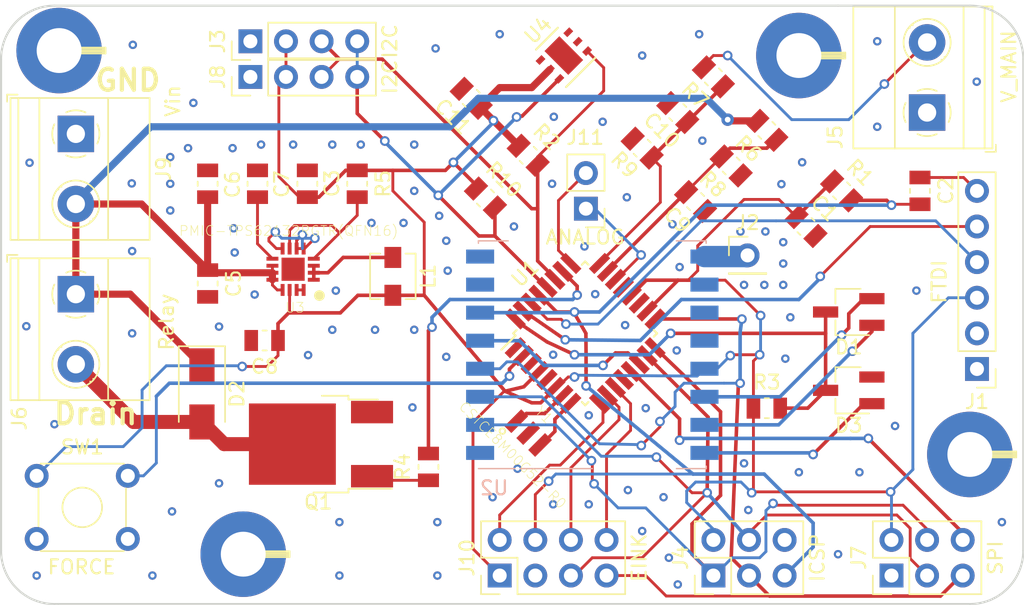
<source format=kicad_pcb>
(kicad_pcb (version 4) (host pcbnew 4.0.7+dfsg1-1~bpo9+1)
  (layers (0 F.Cu signal) (31 B.Cu signal) (34 B.Paste user) (35 F.Paste user) (36 B.SilkS user) (37 F.SilkS user) (38 B.Mask user) (39 F.Mask user) (44 Edge.Cuts user))
  (net 0 "")
  (net 1 GND)
  (net 2 /DTS)
  (net 3 /RESET)
  (net 4 +3V3)
  (net 5 +VDC)
  (net 6 "Net-(C7-Pad1)")
  (net 7 /DIO1)
  (net 8 /DIO2)
  (net 9 /D2_INT0)
  (net 10 /DIO0)
  (net 11 /D0_RX)
  (net 12 /D1_TX)
  (net 13 "Net-(J2-Pad1)")
  (net 14 /A4_SDA)
  (net 15 /A5_SCL)
  (net 16 /D12_MISO)
  (net 17 /D13_SCK)
  (net 18 /D11_MOSI)
  (net 19 "Net-(J5-Pad2)")
  (net 20 /D9_SS_SPI)
  (net 21 /D5_BUSY_EINK)
  (net 22 /D6_DC_EINK)
  (net 23 /D7_SS_EINK)
  (net 24 "Net-(L1-Pad1)")
  (net 25 "Net-(Q1-Pad1)")
  (net 26 /PG)
  (net 27 /XTAL1)
  (net 28 /XTAL2)
  (net 29 /D10_SS_RFM)
  (net 30 /Drain)
  (net 31 /A1_VAUX)
  (net 32 /A0_VMAIN)
  (net 33 /A3_MOSFET)
  (net 34 /D4_FORCE)
  (net 35 /A7)
  (net 36 /A2)
  (module ViaGround:VIA-GROUND (layer F.Cu) (at 112.776 42.4942)
    (fp_text reference REF** hide)
    (fp_text value VIA-GROUND hide)
    (pad 1 thru_hole circle (at 0 0) (size 0.6 0.6) (drill 0.3) (layers *.Cu) (net 1 GND))
  )
  (module ViaGround:VIA-GROUND (layer F.Cu) (at 120.9548 60.4774)
    (fp_text reference REF** hide)
    (fp_text value VIA-GROUND hide)
    (pad 1 thru_hole circle (at 0 0) (size 0.6 0.6) (drill 0.3) (layers *.Cu) (net 1 GND))
  )
  (module ViaGround:VIA-GROUND (layer F.Cu) (at 117.1448 56.1594)
    (fp_text reference REF** hide)
    (fp_text value VIA-GROUND hide)
    (pad 1 thru_hole circle (at 0 0) (size 0.6 0.6) (drill 0.3) (layers *.Cu) (net 1 GND))
  )
  (module ViaGround:VIA-GROUND (layer F.Cu) (at 128.524 58.674)
    (fp_text reference REF** hide)
    (fp_text value VIA-GROUND hide)
    (pad 1 thru_hole circle (at 0 0) (size 0.6 0.6) (drill 0.3) (layers *.Cu) (net 1 GND))
  )
  (module ViaGround:VIA-GROUND (layer F.Cu) (at 130.81 52.324)
    (fp_text reference REF** hide)
    (fp_text value VIA-GROUND hide)
    (pad 1 thru_hole circle (at 0 0) (size 0.6 0.6) (drill 0.3) (layers *.Cu) (net 1 GND))
  )
  (module ViaGround:VIA-GROUND (layer F.Cu) (at 130.302 50.546)
    (fp_text reference REF** hide)
    (fp_text value VIA-GROUND hide)
    (pad 1 thru_hole circle (at 0 0) (size 0.6 0.6) (drill 0.3) (layers *.Cu) (net 1 GND))
  )
  (module ViaGround:VIA-GROUND (layer F.Cu) (at 127.762 51.054)
    (fp_text reference REF** hide)
    (fp_text value VIA-GROUND hide)
    (pad 1 thru_hole circle (at 0 0) (size 0.6 0.6) (drill 0.3) (layers *.Cu) (net 1 GND))
  )
  (module ViaGround:VIA-GROUND (layer F.Cu) (at 124.714 45.466)
    (fp_text reference REF** hide)
    (fp_text value VIA-GROUND hide)
    (pad 1 thru_hole circle (at 0 0) (size 0.6 0.6) (drill 0.3) (layers *.Cu) (net 1 GND))
  )
  (module ViaGround:VIA-GROUND (layer F.Cu) (at 117.602 45.466)
    (fp_text reference REF** hide)
    (fp_text value VIA-GROUND hide)
    (pad 1 thru_hole circle (at 0 0) (size 0.6 0.6) (drill 0.3) (layers *.Cu) (net 1 GND))
  )
  (module ViaGround:VIA-GROUND (layer F.Cu) (at 119.888 45.466)
    (fp_text reference REF** hide)
    (fp_text value VIA-GROUND hide)
    (pad 1 thru_hole circle (at 0 0) (size 0.6 0.6) (drill 0.3) (layers *.Cu) (net 1 GND))
  )
  (module ViaGround:VIA-GROUND (layer F.Cu) (at 115.57 45.72)
    (fp_text reference REF** hide)
    (fp_text value VIA-GROUND hide)
    (pad 1 thru_hole circle (at 0 0) (size 0.6 0.6) (drill 0.3) (layers *.Cu) (net 1 GND))
  )
  (module ViaGround:VIA-GROUND (layer F.Cu) (at 112.395 45.72)
    (fp_text reference REF** hide)
    (fp_text value VIA-GROUND hide)
    (pad 1 thru_hole circle (at 0 0) (size 0.6 0.6) (drill 0.3) (layers *.Cu) (net 1 GND))
  )
  (module ViaGround:VIA-GROUND (layer F.Cu) (at 111.125 46.355)
    (fp_text reference REF** hide)
    (fp_text value VIA-GROUND hide)
    (pad 1 thru_hole circle (at 0 0) (size 0.6 0.6) (drill 0.3) (layers *.Cu) (net 1 GND))
  )
  (module ViaGround:VIA-GROUND (layer F.Cu) (at 108.3818 48.2346)
    (fp_text reference REF** hide)
    (fp_text value VIA-GROUND hide)
    (pad 1 thru_hole circle (at 0 0) (size 0.6 0.6) (drill 0.3) (layers *.Cu) (net 1 GND))
  )
  (module ViaGround:VIA-GROUND (layer F.Cu) (at 111.125 50.165)
    (fp_text reference REF** hide)
    (fp_text value VIA-GROUND hide)
    (pad 1 thru_hole circle (at 0 0) (size 0.6 0.6) (drill 0.3) (layers *.Cu) (net 1 GND))
  )
  (module ViaGround:VIA-GROUND (layer F.Cu) (at 115.7224 53.1622)
    (fp_text reference REF** hide)
    (fp_text value VIA-GROUND hide)
    (pad 1 thru_hole circle (at 0 0) (size 0.6 0.6) (drill 0.3) (layers *.Cu) (net 1 GND))
  )
  (module Connector_PinHeader_1.00mm:PinHeader_1x01_P1.00mm_Horizontal (layer F.Cu) (at 103.2002 38.7604)
    (fp_text reference REF** hide)
    (fp_text value PinHeader_1x01_P1.00mm_Horizontal hide)
    (pad 1 thru_hole circle (at 0 0) (size 6.096 6.096) (drill 3.2004) (layers *.Cu *.Mask))
  )
  (module ViaGround:VIA-GROUND (layer F.Cu) (at 147.2438 60.1472)
    (fp_text reference REF** hide)
    (fp_text value VIA-GROUND hide)
    (pad 1 thru_hole circle (at 0 0) (size 0.6 0.6) (drill 0.3) (layers *.Cu) (net 1 GND))
  )
  (module ViaGround:VIA-GROUND (layer F.Cu) (at 146.942 51.152)
    (fp_text reference REF** hide)
    (fp_text value VIA-GROUND hide)
    (pad 1 thru_hole circle (at 0 0) (size 0.6 0.6) (drill 0.3) (layers *.Cu) (net 1 GND))
  )
  (module ViaGround:VIA-GROUND (layer F.Cu) (at 151.7904 51.6636)
    (fp_text reference REF** hide)
    (fp_text value VIA-GROUND hide)
    (pad 1 thru_hole circle (at 0 0) (size 0.6 0.6) (drill 0.3) (layers *.Cu) (net 1 GND))
  )
  (module ViaGround:VIA-GROUND (layer F.Cu) (at 153.5684 51.6636)
    (fp_text reference REF** hide)
    (fp_text value VIA-GROUND hide)
    (pad 1 thru_hole circle (at 0 0) (size 0.6 0.6) (drill 0.3) (layers *.Cu) (net 1 GND))
  )
  (module ViaGround:VIA-GROUND (layer F.Cu) (at 154.8384 52.4256)
    (fp_text reference REF** hide)
    (fp_text value VIA-GROUND hide)
    (pad 1 thru_hole circle (at 0 0) (size 0.6 0.6) (drill 0.3) (layers *.Cu) (net 1 GND))
  )
  (module ViaGround:VIA-GROUND (layer F.Cu) (at 154.8384 53.9496)
    (fp_text reference REF** hide)
    (fp_text value VIA-GROUND hide)
    (pad 1 thru_hole circle (at 0 0) (size 0.6 0.6) (drill 0.3) (layers *.Cu) (net 1 GND))
  )
  (module ViaGround:VIA-GROUND (layer F.Cu) (at 138.3538 48.26)
    (fp_text reference REF** hide)
    (fp_text value VIA-GROUND hide)
    (pad 1 thru_hole circle (at 0 0) (size 0.6 0.6) (drill 0.3) (layers *.Cu) (net 1 GND))
  )
  (module ViaGround:VIA-GROUND (layer F.Cu) (at 140.6652 52.7304)
    (fp_text reference REF** hide)
    (fp_text value VIA-GROUND hide)
    (pad 1 thru_hole circle (at 0 0) (size 0.6 0.6) (drill 0.3) (layers *.Cu) (net 1 GND))
  )
  (module ViaGround:VIA-GROUND (layer F.Cu) (at 143.6878 49.2252)
    (fp_text reference REF** hide)
    (fp_text value VIA-GROUND hide)
    (pad 1 thru_hole circle (at 0 0) (size 0.6 0.6) (drill 0.3) (layers *.Cu) (net 1 GND))
  )
  (module ViaGround:VIA-GROUND (layer F.Cu) (at 152.3492 71.5264)
    (fp_text reference REF** hide)
    (fp_text value VIA-GROUND hide)
    (pad 1 thru_hole circle (at 0 0) (size 0.6 0.6) (drill 0.3) (layers *.Cu) (net 1 GND))
  )
  (module ViaGround:VIA-GROUND (layer F.Cu) (at 152.0444 68.199)
    (fp_text reference REF** hide)
    (fp_text value VIA-GROUND hide)
    (pad 1 thru_hole circle (at 0 0) (size 0.6 0.6) (drill 0.3) (layers *.Cu) (net 1 GND))
  )
  (module ViaGround:VIA-GROUND (layer F.Cu) (at 138.4808 43.4848)
    (fp_text reference REF** hide)
    (fp_text value VIA-GROUND hide)
    (pad 1 thru_hole circle (at 0 0) (size 0.6 0.6) (drill 0.3) (layers *.Cu) (net 1 GND))
  )
  (module ViaGround:VIA-GROUND (layer F.Cu) (at 130.81 60.6044)
    (fp_text reference REF** hide)
    (fp_text value VIA-GROUND hide)
    (pad 1 thru_hole circle (at 0 0) (size 0.6 0.6) (drill 0.3) (layers *.Cu) (net 1 GND))
  )
  (module ViaGround:VIA-GROUND (layer F.Cu) (at 130.9116 54.4576)
    (fp_text reference REF** hide)
    (fp_text value VIA-GROUND hide)
    (pad 1 thru_hole circle (at 0 0) (size 0.6 0.6) (drill 0.3) (layers *.Cu) (net 1 GND))
  )
  (module ViaGround:VIA-GROUND (layer F.Cu) (at 141.4302 56.1304)
    (fp_text reference REF** hide)
    (fp_text value VIA-GROUND hide)
    (pad 1 thru_hole circle (at 0 0) (size 0.6 0.6) (drill 0.3) (layers *.Cu) (net 1 GND))
  )
  (module ViaGround:VIA-GROUND (layer F.Cu) (at 143.5638 58.3402)
    (fp_text reference REF** hide)
    (fp_text value VIA-GROUND hide)
    (pad 1 thru_hole circle (at 0 0) (size 0.6 0.6) (drill 0.3) (layers *.Cu) (net 1 GND))
  )
  (module ViaGround:VIA-GROUND (layer F.Cu) (at 154.9908 60.7314)
    (fp_text reference REF** hide)
    (fp_text value VIA-GROUND hide)
    (pad 1 thru_hole circle (at 0 0) (size 0.6 0.6) (drill 0.3) (layers *.Cu) (net 1 GND))
  )
  (module ViaGround:VIA-GROUND (layer F.Cu) (at 155.3464 57.785)
    (fp_text reference REF** hide)
    (fp_text value VIA-GROUND hide)
    (pad 1 thru_hole circle (at 0 0) (size 0.6 0.6) (drill 0.3) (layers *.Cu) (net 1 GND))
  )
  (module ViaGround:VIA-GROUND (layer F.Cu) (at 149.0726 45.1866)
    (fp_text reference REF** hide)
    (fp_text value VIA-GROUND hide)
    (pad 1 thru_hole circle (at 0 0) (size 0.6 0.6) (drill 0.3) (layers *.Cu) (net 1 GND))
  )
  (module ViaGround:VIA-GROUND (layer F.Cu) (at 141.9606 43.8404)
    (fp_text reference REF** hide)
    (fp_text value VIA-GROUND hide)
    (pad 1 thru_hole circle (at 0 0) (size 0.6 0.6) (drill 0.3) (layers *.Cu) (net 1 GND))
  )
  (module ViaGround:VIA-GROUND (layer F.Cu) (at 122.682 45.466)
    (fp_text reference REF** hide)
    (fp_text value VIA-GROUND hide)
    (pad 1 thru_hole circle (at 0 0) (size 0.6 0.6) (drill 0.3) (layers *.Cu) (net 1 GND))
  )
  (module ViaGround:VIA-GROUND (layer F.Cu) (at 100.8634 58.42)
    (fp_text reference REF** hide)
    (fp_text value VIA-GROUND hide)
    (pad 1 thru_hole circle (at 0 0) (size 0.6 0.6) (drill 0.3) (layers *.Cu) (net 1 GND))
  )
  (module ViaGround:VIA-GROUND (layer F.Cu) (at 101.092 46.7614)
    (fp_text reference REF** hide)
    (fp_text value VIA-GROUND hide)
    (pad 1 thru_hole circle (at 0 0) (size 0.6 0.6) (drill 0.3) (layers *.Cu) (net 1 GND))
  )
  (module ViaGround:VIA-GROUND (layer F.Cu) (at 108.458 38.354)
    (fp_text reference REF** hide)
    (fp_text value VIA-GROUND hide)
    (pad 1 thru_hole circle (at 0 0) (size 0.6 0.6) (drill 0.3) (layers *.Cu) (net 1 GND))
  )
  (module ViaGround:VIA-GROUND (layer F.Cu) (at 115.6462 51.435)
    (fp_text reference REF** hide)
    (fp_text value VIA-GROUND hide)
    (pad 1 thru_hole circle (at 0 0) (size 0.6 0.6) (drill 0.3) (layers *.Cu) (net 1 GND))
  )
  (module ViaGround:VIA-GROUND (layer F.Cu) (at 111.125 48.26)
    (fp_text reference REF** hide)
    (fp_text value VIA-GROUND hide)
    (pad 1 thru_hole circle (at 0 0) (size 0.6 0.6) (drill 0.3) (layers *.Cu) (net 1 GND))
  )
  (module ViaGround:VIA-GROUND (layer F.Cu) (at 108.4072 53.0606)
    (fp_text reference REF** hide)
    (fp_text value VIA-GROUND hide)
    (pad 1 thru_hole circle (at 0 0) (size 0.6 0.6) (drill 0.3) (layers *.Cu) (net 1 GND))
  )
  (module ViaGround:VIA-GROUND (layer F.Cu) (at 108.4072 58.928)
    (fp_text reference REF** hide)
    (fp_text value VIA-GROUND hide)
    (pad 1 thru_hole circle (at 0 0) (size 0.6 0.6) (drill 0.3) (layers *.Cu) (net 1 GND))
  )
  (module ViaGround:VIA-GROUND (layer F.Cu) (at 114.6048 58.4454)
    (fp_text reference REF** hide)
    (fp_text value VIA-GROUND hide)
    (pad 1 thru_hole circle (at 0 0) (size 0.6 0.6) (drill 0.3) (layers *.Cu) (net 1 GND))
  )
  (module ViaGround:VIA-GROUND (layer F.Cu) (at 128.397 64.2112)
    (fp_text reference REF** hide)
    (fp_text value VIA-GROUND hide)
    (pad 1 thru_hole circle (at 0 0) (size 0.6 0.6) (drill 0.3) (layers *.Cu) (net 1 GND))
  )
  (module ViaGround:VIA-GROUND (layer F.Cu) (at 122.682 58.674)
    (fp_text reference REF** hide)
    (fp_text value VIA-GROUND hide)
    (pad 1 thru_hole circle (at 0 0) (size 0.6 0.6) (drill 0.3) (layers *.Cu) (net 1 GND))
  )
  (module ViaGround:VIA-GROUND (layer F.Cu) (at 125.73 58.674)
    (fp_text reference REF** hide)
    (fp_text value VIA-GROUND hide)
    (pad 1 thru_hole circle (at 0 0) (size 0.6 0.6) (drill 0.3) (layers *.Cu) (net 1 GND))
  )
  (module ViaGround:VIA-GROUND (layer F.Cu) (at 125.476 51.054)
    (fp_text reference REF** hide)
    (fp_text value VIA-GROUND hide)
    (pad 1 thru_hole circle (at 0 0) (size 0.6 0.6) (drill 0.3) (layers *.Cu) (net 1 GND))
  )
  (module ViaGround:VIA-GROUND (layer F.Cu) (at 122.936 55.88)
    (fp_text reference REF** hide)
    (fp_text value VIA-GROUND hide)
    (pad 1 thru_hole circle (at 0 0) (size 0.6 0.6) (drill 0.3) (layers *.Cu) (net 1 GND))
  )
  (module ViaGround:VIA-GROUND (layer F.Cu) (at 128.524 45.466)
    (fp_text reference REF** hide)
    (fp_text value VIA-GROUND hide)
    (pad 1 thru_hole circle (at 0 0) (size 0.6 0.6) (drill 0.3) (layers *.Cu) (net 1 GND))
  )
  (module ViaGround:VIA-GROUND (layer F.Cu) (at 128.524 48.768)
    (fp_text reference REF** hide)
    (fp_text value VIA-GROUND hide)
    (pad 1 thru_hole circle (at 0 0) (size 0.6 0.6) (drill 0.3) (layers *.Cu) (net 1 GND))
  )
  (module ViaGround:VIA-GROUND (layer F.Cu) (at 135.636 51.308)
    (fp_text reference REF** hide)
    (fp_text value VIA-GROUND hide)
    (pad 1 thru_hole circle (at 0 0) (size 0.6 0.6) (drill 0.3) (layers *.Cu) (net 1 GND))
  )
  (module ViaGround:VIA-GROUND (layer F.Cu) (at 130.048 38.608)
    (fp_text reference REF** hide)
    (fp_text value VIA-GROUND hide)
    (pad 1 thru_hole circle (at 0 0) (size 0.6 0.6) (drill 0.3) (layers *.Cu) (net 1 GND))
  )
  (module ViaGround:VIA-GROUND (layer F.Cu) (at 134.62 37.592)
    (fp_text reference REF** hide)
    (fp_text value VIA-GROUND hide)
    (pad 1 thru_hole circle (at 0 0) (size 0.6 0.6) (drill 0.3) (layers *.Cu) (net 1 GND))
  )
  (module ViaGround:VIA-GROUND (layer F.Cu) (at 144.78 39.116)
    (fp_text reference REF** hide)
    (fp_text value VIA-GROUND hide)
    (pad 1 thru_hole circle (at 0 0) (size 0.6 0.6) (drill 0.3) (layers *.Cu) (net 1 GND))
  )
  (module ViaGround:VIA-GROUND (layer F.Cu) (at 148.844 37.592)
    (fp_text reference REF** hide)
    (fp_text value VIA-GROUND hide)
    (pad 1 thru_hole circle (at 0 0) (size 0.6 0.6) (drill 0.3) (layers *.Cu) (net 1 GND))
  )
  (module ViaGround:VIA-GROUND (layer F.Cu) (at 161.544 38.1)
    (fp_text reference REF** hide)
    (fp_text value VIA-GROUND hide)
    (pad 1 thru_hole circle (at 0 0) (size 0.6 0.6) (drill 0.3) (layers *.Cu) (net 1 GND))
  )
  (module ViaGround:VIA-GROUND (layer F.Cu) (at 156.188 46.73)
    (fp_text reference REF** hide)
    (fp_text value VIA-GROUND hide)
    (pad 1 thru_hole circle (at 0 0) (size 0.6 0.6) (drill 0.3) (layers *.Cu) (net 1 GND))
  )
  (module ViaGround:VIA-GROUND (layer F.Cu) (at 161.544 44.196)
    (fp_text reference REF** hide)
    (fp_text value VIA-GROUND hide)
    (pad 1 thru_hole circle (at 0 0) (size 0.6 0.6) (drill 0.3) (layers *.Cu) (net 1 GND))
  )
  (module ViaGround:VIA-GROUND (layer F.Cu) (at 168.638 40.98)
    (fp_text reference REF** hide)
    (fp_text value VIA-GROUND hide)
    (pad 1 thru_hole circle (at 0 0) (size 0.6 0.6) (drill 0.3) (layers *.Cu) (net 1 GND))
  )
  (module ViaGround:VIA-GROUND (layer F.Cu) (at 147.45 54.2)
    (fp_text reference REF** hide)
    (fp_text value VIA-GROUND hide)
    (pad 1 thru_hole circle (at 0 0) (size 0.6 0.6) (drill 0.3) (layers *.Cu) (net 1 GND))
  )
  (module ViaGround:VIA-GROUND (layer F.Cu) (at 154.7114 48.2854)
    (fp_text reference REF** hide)
    (fp_text value VIA-GROUND hide)
    (pad 1 thru_hole circle (at 0 0) (size 0.6 0.6) (drill 0.3) (layers *.Cu) (net 1 GND))
  )
  (module ViaGround:VIA-GROUND (layer F.Cu) (at 152.0444 55.4736)
    (fp_text reference REF** hide)
    (fp_text value VIA-GROUND hide)
    (pad 1 thru_hole circle (at 0 0) (size 0.6 0.6) (drill 0.3) (layers *.Cu) (net 1 GND))
  )
  (module ViaGround:VIA-GROUND (layer F.Cu) (at 153.4922 55.4736)
    (fp_text reference REF** hide)
    (fp_text value VIA-GROUND hide)
    (pad 1 thru_hole circle (at 0 0) (size 0.6 0.6) (drill 0.3) (layers *.Cu) (net 1 GND))
  )
  (module ViaGround:VIA-GROUND (layer F.Cu) (at 154.8384 55.4736)
    (fp_text reference REF** hide)
    (fp_text value VIA-GROUND hide)
    (pad 1 thru_hole circle (at 0 0) (size 0.6 0.6) (drill 0.3) (layers *.Cu) (net 1 GND))
  )
  (module ViaGround:VIA-GROUND (layer F.Cu) (at 164.338 55.88)
    (fp_text reference REF** hide)
    (fp_text value VIA-GROUND hide)
    (pad 1 thru_hole circle (at 0 0) (size 0.6 0.6) (drill 0.3) (layers *.Cu) (net 1 GND))
  )
  (module ViaGround:VIA-GROUND (layer F.Cu) (at 162.814 65.532)
    (fp_text reference REF** hide)
    (fp_text value VIA-GROUND hide)
    (pad 1 thru_hole circle (at 0 0) (size 0.6 0.6) (drill 0.3) (layers *.Cu) (net 1 GND))
  )
  (module ViaGround:VIA-GROUND (layer F.Cu) (at 170.434 72.39)
    (fp_text reference REF** hide)
    (fp_text value VIA-GROUND hide)
    (pad 1 thru_hole circle (at 0 0) (size 0.6 0.6) (drill 0.3) (layers *.Cu) (net 1 GND))
  )
  (module ViaGround:VIA-GROUND (layer F.Cu) (at 158.75 74.676)
    (fp_text reference REF** hide)
    (fp_text value VIA-GROUND hide)
    (pad 1 thru_hole circle (at 0 0) (size 0.6 0.6) (drill 0.3) (layers *.Cu) (net 1 GND))
  )
  (module ViaGround:VIA-GROUND (layer F.Cu) (at 160.274 68.834)
    (fp_text reference REF** hide)
    (fp_text value VIA-GROUND hide)
    (pad 1 thru_hole circle (at 0 0) (size 0.6 0.6) (drill 0.3) (layers *.Cu) (net 1 GND))
  )
  (module ViaGround:VIA-GROUND (layer F.Cu) (at 155.956 68.834)
    (fp_text reference REF** hide)
    (fp_text value VIA-GROUND hide)
    (pad 1 thru_hole circle (at 0 0) (size 0.6 0.6) (drill 0.3) (layers *.Cu) (net 1 GND))
  )
  (module ViaGround:VIA-GROUND (layer F.Cu) (at 145.034 64.262)
    (fp_text reference REF** hide)
    (fp_text value VIA-GROUND hide)
    (pad 1 thru_hole circle (at 0 0) (size 0.6 0.6) (drill 0.3) (layers *.Cu) (net 1 GND))
  )
  (module ViaGround:VIA-GROUND (layer F.Cu) (at 130.175 72.39)
    (fp_text reference REF** hide)
    (fp_text value VIA-GROUND hide)
    (pad 1 thru_hole circle (at 0 0) (size 0.6 0.6) (drill 0.3) (layers *.Cu) (net 1 GND))
  )
  (module ViaGround:VIA-GROUND (layer F.Cu) (at 123.19 72.39)
    (fp_text reference REF** hide)
    (fp_text value VIA-GROUND hide)
    (pad 1 thru_hole circle (at 0 0) (size 0.6 0.6) (drill 0.3) (layers *.Cu) (net 1 GND))
  )
  (module ViaGround:VIA-GROUND (layer F.Cu) (at 134.112 70.612)
    (fp_text reference REF** hide)
    (fp_text value VIA-GROUND hide)
    (pad 1 thru_hole circle (at 0 0) (size 0.6 0.6) (drill 0.3) (layers *.Cu) (net 1 GND))
  )
  (module ViaGround:VIA-GROUND (layer F.Cu) (at 135.89 68.58)
    (fp_text reference REF** hide)
    (fp_text value VIA-GROUND hide)
    (pad 1 thru_hole circle (at 0 0) (size 0.6 0.6) (drill 0.3) (layers *.Cu) (net 1 GND))
  )
  (module ViaGround:VIA-GROUND (layer F.Cu) (at 140.97 64.77)
    (fp_text reference REF** hide)
    (fp_text value VIA-GROUND hide)
    (pad 1 thru_hole circle (at 0 0) (size 0.6 0.6) (drill 0.3) (layers *.Cu) (net 1 GND))
  )
  (module ViaGround:VIA-GROUND (layer F.Cu) (at 138.43 60.452)
    (fp_text reference REF** hide)
    (fp_text value VIA-GROUND hide)
    (pad 1 thru_hole circle (at 0 0) (size 0.6 0.6) (drill 0.3) (layers *.Cu) (net 1 GND))
  )
  (module ViaGround:VIA-GROUND (layer F.Cu) (at 146.304 70.612)
    (fp_text reference REF** hide)
    (fp_text value VIA-GROUND hide)
    (pad 1 thru_hole circle (at 0 0) (size 0.6 0.6) (drill 0.3) (layers *.Cu) (net 1 GND))
  )
  (module ViaGround:VIA-GROUND (layer F.Cu) (at 143.764 70.104)
    (fp_text reference REF** hide)
    (fp_text value VIA-GROUND hide)
    (pad 1 thru_hole circle (at 0 0) (size 0.6 0.6) (drill 0.3) (layers *.Cu) (net 1 GND))
  )
  (module ViaGround:VIA-GROUND (layer F.Cu) (at 147.32 76.835)
    (fp_text reference REF** hide)
    (fp_text value VIA-GROUND hide)
    (pad 1 thru_hole circle (at 0 0) (size 0.6 0.6) (drill 0.3) (layers *.Cu) (net 1 GND))
  )
  (module ViaGround:VIA-GROUND (layer F.Cu) (at 146.685 74.93)
    (fp_text reference REF** hide)
    (fp_text value VIA-GROUND hide)
    (pad 1 thru_hole circle (at 0 0) (size 0.6 0.6) (drill 0.3) (layers *.Cu) (net 1 GND))
  )
  (module ViaGround:VIA-GROUND (layer F.Cu) (at 144.78 73.025)
    (fp_text reference REF** hide)
    (fp_text value VIA-GROUND hide)
    (pad 1 thru_hole circle (at 0 0) (size 0.6 0.6) (drill 0.3) (layers *.Cu) (net 1 GND))
  )
  (module ViaGround:VIA-GROUND (layer F.Cu) (at 140.97 71.12)
    (fp_text reference REF** hide)
    (fp_text value VIA-GROUND hide)
    (pad 1 thru_hole circle (at 0 0) (size 0.6 0.6) (drill 0.3) (layers *.Cu) (net 1 GND))
  )
  (module ViaGround:VIA-GROUND (layer F.Cu) (at 138.43 71.12)
    (fp_text reference REF** hide)
    (fp_text value VIA-GROUND hide)
    (pad 1 thru_hole circle (at 0 0) (size 0.6 0.6) (drill 0.3) (layers *.Cu) (net 1 GND))
  )
  (module ViaGround:VIA-GROUND (layer F.Cu) (at 102.87 65.405)
    (fp_text reference REF** hide)
    (fp_text value VIA-GROUND hide)
    (pad 1 thru_hole circle (at 0 0) (size 0.6 0.6) (drill 0.3) (layers *.Cu) (net 1 GND))
  )
  (module ViaGround:VIA-GROUND (layer F.Cu) (at 111.252 71.628)
    (fp_text reference REF** hide)
    (fp_text value VIA-GROUND hide)
    (pad 1 thru_hole circle (at 0 0) (size 0.6 0.6) (drill 0.3) (layers *.Cu) (net 1 GND))
  )
  (module ViaGround:VIA-GROUND (layer F.Cu) (at 114.6048 69.6214)
    (fp_text reference REF** hide)
    (fp_text value VIA-GROUND hide)
    (pad 1 thru_hole circle (at 0 0) (size 0.6 0.6) (drill 0.3) (layers *.Cu) (net 1 GND))
  )
  (module ViaGround:VIA-GROUND (layer F.Cu) (at 101.6 76.2)
    (fp_text reference REF** hide)
    (fp_text value VIA-GROUND hide)
    (pad 1 thru_hole circle (at 0 0) (size 0.6 0.6) (drill 0.3) (layers *.Cu) (net 1 GND))
  )
  (module ViaGround:VIA-GROUND (layer F.Cu) (at 109.855 76.2)
    (fp_text reference REF** hide)
    (fp_text value VIA-GROUND hide)
    (pad 1 thru_hole circle (at 0 0) (size 0.6 0.6) (drill 0.3) (layers *.Cu) (net 1 GND))
  )
  (module ViaGround:VIA-GROUND (layer F.Cu) (at 123.19 76.2)
    (fp_text reference REF** hide)
    (fp_text value VIA-GROUND hide)
    (pad 1 thru_hole circle (at 0 0) (size 0.6 0.6) (drill 0.3) (layers *.Cu) (net 1 GND))
  )
  (module Capacitor_SMD:C_0805_2012Metric (layer F.Cu) (at 164.592 48.768 270)
    (fp_text reference C2 (at 0 -1.85 270) (layer F.SilkS))
    (fp_text value 100nF)
    (pad 1 smd rect (at -0.955 0 270) (size 0.97 1.5) (layers F.Cu F.Paste F.Mask) (net 2 /DTS))
    (pad 2 smd rect (at 0.955 0 270) (size 0.97 1.5) (layers F.Cu F.Paste F.Mask) (net 3 /RESET))
  )
  (module Capacitor_SMD:C_0805_2012Metric (layer F.Cu) (at 120.904 48.26 90)
    (fp_text reference C3 (at 0.0254 1.7526 90) (layer F.SilkS))
    (fp_text value 100nF)
    (pad 1 smd rect (at -0.955 0 90) (size 0.97 1.5) (layers F.Cu F.Paste F.Mask) (net 4 +3V3))
    (pad 2 smd rect (at 0.955 0 90) (size 0.97 1.5) (layers F.Cu F.Paste F.Mask) (net 1 GND))
  )
  (module Capacitor_SMD:C_0805_2012Metric (layer F.Cu) (at 113.792 55.372 270)
    (fp_text reference C5 (at 0 -1.85 270) (layer F.SilkS))
    (fp_text value 10uF)
    (pad 1 smd rect (at -0.955 0 270) (size 0.97 1.5) (layers F.Cu F.Paste F.Mask) (net 5 +VDC))
    (pad 2 smd rect (at 0.955 0 270) (size 0.97 1.5) (layers F.Cu F.Paste F.Mask) (net 1 GND))
  )
  (module Capacitor_SMD:C_0805_2012Metric (layer F.Cu) (at 113.792 48.26 90)
    (fp_text reference C6 (at -0.0508 1.778 90) (layer F.SilkS))
    (fp_text value 100nF)
    (pad 1 smd rect (at -0.955 0 90) (size 0.97 1.5) (layers F.Cu F.Paste F.Mask) (net 5 +VDC))
    (pad 2 smd rect (at 0.955 0 90) (size 0.97 1.5) (layers F.Cu F.Paste F.Mask) (net 1 GND))
  )
  (module Capacitor_SMD:C_0805_2012Metric (layer F.Cu) (at 117.348 48.26 90)
    (fp_text reference C7 (at -0.0254 1.7272 90) (layer F.SilkS))
    (fp_text value 3.3nF)
    (pad 1 smd rect (at -0.955 0 90) (size 0.97 1.5) (layers F.Cu F.Paste F.Mask) (net 6 "Net-(C7-Pad1)"))
    (pad 2 smd rect (at 0.955 0 90) (size 0.97 1.5) (layers F.Cu F.Paste F.Mask) (net 1 GND))
  )
  (module Capacitor_SMD:C_0805_2012Metric (layer F.Cu) (at 117.856 59.436 180)
    (fp_text reference C8 (at 0 -1.85 180) (layer F.SilkS))
    (fp_text value 22uF)
    (pad 1 smd rect (at -0.955 0 180) (size 0.97 1.5) (layers F.Cu F.Paste F.Mask) (net 4 +3V3))
    (pad 2 smd rect (at 0.955 0 180) (size 0.97 1.5) (layers F.Cu F.Paste F.Mask) (net 1 GND))
  )
  (module Capacitor_SMD:C_0805_2012Metric (layer F.Cu) (at 148.59 49.53 135)
    (fp_text reference C9 (at 0 -1.85 135) (layer F.SilkS))
    (fp_text value 100nF)
    (pad 1 smd rect (at -0.955 0 135) (size 0.97 1.5) (layers F.Cu F.Paste F.Mask) (net 1 GND))
    (pad 2 smd rect (at 0.955 0 135) (size 0.97 1.5) (layers F.Cu F.Paste F.Mask) (net 32 /A0_VMAIN))
  )
  (module Capacitor_SMD:C_0805_2012Metric (layer F.Cu) (at 147.32 43.18 315)
    (fp_text reference C10 (at 0.089803 1.706249 315) (layer F.SilkS))
    (fp_text value 100nF)
    (pad 1 smd rect (at -0.955 0 315) (size 0.97 1.5) (layers F.Cu F.Paste F.Mask) (net 1 GND))
    (pad 2 smd rect (at 0.955 0 315) (size 0.97 1.5) (layers F.Cu F.Paste F.Mask) (net 31 /A1_VAUX))
  )
  (module Capacitor_SMD:C_0805_2012Metric (layer F.Cu) (at 132.588 42.164 135)
    (fp_text reference C11 (at 0 -1.850001 135) (layer F.SilkS))
    (fp_text value 100nF)
    (pad 1 smd rect (at -0.955 0 135) (size 0.97 1.5) (layers F.Cu F.Paste F.Mask) (net 4 +3V3))
    (pad 2 smd rect (at 0.955 0 135) (size 0.97 1.5) (layers F.Cu F.Paste F.Mask) (net 1 GND))
  )
  (module Package_TO_SOT_SMD:SC-59_Handsoldering (layer F.Cu) (at 159.512 57.404 180)
    (fp_text reference D1 (at 0 -2.5 180) (layer F.SilkS))
    (fp_text value M1MA152WK)
    (pad 1 smd rect (at -1.65 -0.95 180) (size 1.8 0.8) (layers F.Cu F.Paste F.Mask) (net 7 /DIO1))
    (pad 2 smd rect (at -1.65 0.95 180) (size 1.8 0.8) (layers F.Cu F.Paste F.Mask) (net 10 /DIO0))
    (pad 3 smd rect (at 1.65 0 180) (size 1.8 0.8) (layers F.Cu F.Paste F.Mask) (net 9 /D2_INT0))
  )
  (module Package_TO_SOT_SMD:SC-59_Handsoldering (layer F.Cu) (at 159.512 62.992 180)
    (fp_text reference D3 (at 0 -2.5 180) (layer F.SilkS))
    (fp_text value M1MA152WK)
    (pad 1 smd rect (at -1.65 -0.95 180) (size 1.8 0.8) (layers F.Cu F.Paste F.Mask) (net 8 /DIO2))
    (pad 2 smd rect (at -1.65 0.95 180) (size 1.8 0.8) (layers F.Cu F.Paste F.Mask))
    (pad 3 smd rect (at 1.65 0 180) (size 1.8 0.8) (layers F.Cu F.Paste F.Mask) (net 9 /D2_INT0))
  )
  (module Connector_PinHeader_2.54mm:PinHeader_1x06_P2.54mm_Vertical (layer F.Cu) (at 168.656 61.468 180)
    (fp_text reference J1 (at 0 -2.33 180) (layer F.SilkS))
    (fp_text value FTDI (at 2.6924 6.223 270) (layer F.SilkS))
    (pad 1 thru_hole rect (at 0 0 180) (size 1.7 1.7) (drill 1) (layers *.Cu *.Mask) (net 1 GND))
    (pad 2 thru_hole oval (at 0 2.54 180) (size 1.7 1.7) (drill 1) (layers *.Cu *.Mask))
    (pad 3 thru_hole oval (at 0 5.08 180) (size 1.7 1.7) (drill 1) (layers *.Cu *.Mask) (net 4 +3V3))
    (pad 4 thru_hole oval (at 0 7.62 180) (size 1.7 1.7) (drill 1) (layers *.Cu *.Mask) (net 11 /D0_RX))
    (pad 5 thru_hole oval (at 0 10.16 180) (size 1.7 1.7) (drill 1) (layers *.Cu *.Mask) (net 12 /D1_TX))
    (pad 6 thru_hole oval (at 0 12.7 180) (size 1.7 1.7) (drill 1) (layers *.Cu *.Mask) (net 2 /DTS))
  )
  (module Connector_PinHeader_2.54mm:PinHeader_1x01_P2.54mm_Vertical (layer F.Cu) (at 152.2984 53.3654)
    (fp_text reference J2 (at 0 -2.33) (layer F.SilkS))
    (fp_text value Antenna)
    (pad 1 thru_hole circle (at 0 0) (size 1.7 1.7) (drill 1) (layers *.Cu *.Mask) (net 13 "Net-(J2-Pad1)"))
  )
  (module Connector_PinHeader_2.54mm:PinHeader_1x04_P2.54mm_Vertical (layer F.Cu) (at 116.84 38.1 90)
    (fp_text reference J3 (at 0 -2.33 90) (layer F.SilkS))
    (fp_text value I2C (at 0 9.95 90) (layer F.SilkS))
    (pad 1 thru_hole rect (at 0 0 90) (size 1.7 1.7) (drill 1) (layers *.Cu *.Mask) (net 1 GND))
    (pad 2 thru_hole oval (at 0 2.54 90) (size 1.7 1.7) (drill 1) (layers *.Cu *.Mask) (net 4 +3V3))
    (pad 3 thru_hole oval (at 0 5.08 90) (size 1.7 1.7) (drill 1) (layers *.Cu *.Mask) (net 14 /A4_SDA))
    (pad 4 thru_hole oval (at 0 7.62 90) (size 1.7 1.7) (drill 1) (layers *.Cu *.Mask) (net 15 /A5_SCL))
  )
  (module Connector_PinHeader_2.54mm:PinHeader_2x03_P2.54mm_Vertical (layer F.Cu) (at 149.86 76.2 90)
    (fp_text reference J4 (at 1.27 -2.33 90) (layer F.SilkS))
    (fp_text value ICSP (at 1.27 7.41 90) (layer F.SilkS))
    (pad 1 thru_hole rect (at 0 0 90) (size 1.7 1.7) (drill 1) (layers *.Cu *.Mask) (net 16 /D12_MISO))
    (pad 2 thru_hole oval (at 2.54 0 90) (size 1.7 1.7) (drill 1) (layers *.Cu *.Mask) (net 4 +3V3))
    (pad 3 thru_hole oval (at 0 2.54 90) (size 1.7 1.7) (drill 1) (layers *.Cu *.Mask) (net 17 /D13_SCK))
    (pad 4 thru_hole oval (at 2.54 2.54 90) (size 1.7 1.7) (drill 1) (layers *.Cu *.Mask) (net 18 /D11_MOSI))
    (pad 5 thru_hole oval (at 0 5.08 90) (size 1.7 1.7) (drill 1) (layers *.Cu *.Mask) (net 3 /RESET))
    (pad 6 thru_hole oval (at 2.54 5.08 90) (size 1.7 1.7) (drill 1) (layers *.Cu *.Mask) (net 1 GND))
  )
  (module TerminalBlock_Phoenix:TerminalBlock_Phoenix_MKDS-1,5-2_1x02_P5.00mm_Horizontal (layer F.Cu) (at 165.1 43.18 90)
    (fp_text reference J5 (at -1.7526 -6.5532 90) (layer F.SilkS))
    (fp_text value V_MAIN (at 3.28168 5.83692 90) (layer F.SilkS))
    (pad 1 thru_hole rect (at 0 0 90) (size 2.6 2.6) (drill 1.3) (layers *.Cu *.Mask))
    (pad 2 thru_hole circle (at 5 0 90) (size 2.6 2.6) (drill 1.3) (layers *.Cu *.Mask) (net 19 "Net-(J5-Pad2)"))
  )
  (module TerminalBlock_Phoenix:TerminalBlock_Phoenix_MKDS-1,5-2_1x02_P5.00mm_Horizontal (layer F.Cu) (at 104.394 56.134 270)
    (fp_text reference J6 (at 8.85444 4.03352 270) (layer F.SilkS))
    (fp_text value Relay (at 1.9812 -6.47192 270) (layer F.SilkS))
    (pad 1 thru_hole rect (at 0 0 270) (size 2.6 2.6) (drill 1.3) (layers *.Cu *.Mask) (net 5 +VDC))
    (pad 2 thru_hole circle (at 5 0 270) (size 2.6 2.6) (drill 1.3) (layers *.Cu *.Mask) (net 30 /Drain))
  )
  (module Connector_PinHeader_2.54mm:PinHeader_2x03_P2.54mm_Vertical (layer F.Cu) (at 162.56 76.2 90)
    (fp_text reference J7 (at 1.27 -2.33 90) (layer F.SilkS))
    (fp_text value SPI (at 1.27 7.41 90) (layer F.SilkS))
    (pad 1 thru_hole rect (at 0 0 90) (size 1.7 1.7) (drill 1) (layers *.Cu *.Mask) (net 1 GND))
    (pad 2 thru_hole oval (at 2.54 0 90) (size 1.7 1.7) (drill 1) (layers *.Cu *.Mask) (net 4 +3V3))
    (pad 3 thru_hole oval (at 0 2.54 90) (size 1.7 1.7) (drill 1) (layers *.Cu *.Mask) (net 18 /D11_MOSI))
    (pad 4 thru_hole oval (at 2.54 2.54 90) (size 1.7 1.7) (drill 1) (layers *.Cu *.Mask) (net 16 /D12_MISO))
    (pad 5 thru_hole oval (at 0 5.08 90) (size 1.7 1.7) (drill 1) (layers *.Cu *.Mask) (net 17 /D13_SCK))
    (pad 6 thru_hole oval (at 2.54 5.08 90) (size 1.7 1.7) (drill 1) (layers *.Cu *.Mask) (net 20 /D9_SS_SPI))
  )
  (module Connector_PinHeader_2.54mm:PinHeader_1x04_P2.54mm_Vertical (layer F.Cu) (at 116.84 40.64 90)
    (fp_text reference J8 (at 0 -2.33 90) (layer F.SilkS))
    (fp_text value I2C (at 0 9.95 90) (layer F.SilkS))
    (pad 1 thru_hole rect (at 0 0 90) (size 1.7 1.7) (drill 1) (layers *.Cu *.Mask) (net 1 GND))
    (pad 2 thru_hole oval (at 0 2.54 90) (size 1.7 1.7) (drill 1) (layers *.Cu *.Mask) (net 4 +3V3))
    (pad 3 thru_hole oval (at 0 5.08 90) (size 1.7 1.7) (drill 1) (layers *.Cu *.Mask) (net 14 /A4_SDA))
    (pad 4 thru_hole oval (at 0 7.62 90) (size 1.7 1.7) (drill 1) (layers *.Cu *.Mask) (net 15 /A5_SCL))
  )
  (module TerminalBlock_Phoenix:TerminalBlock_Phoenix_MKDS-1,5-2_1x02_P5.00mm_Horizontal (layer F.Cu) (at 104.394 44.704 270)
    (fp_text reference J9 (at 2.5 -6.26 270) (layer F.SilkS))
    (fp_text value Vin (at -2.34696 -6.91896 270) (layer F.SilkS))
    (pad 1 thru_hole rect (at 0 0 270) (size 2.6 2.6) (drill 1.3) (layers *.Cu *.Mask) (net 1 GND))
    (pad 2 thru_hole circle (at 5 0 270) (size 2.6 2.6) (drill 1.3) (layers *.Cu *.Mask) (net 5 +VDC))
  )
  (module Connector_PinHeader_2.54mm:PinHeader_2x04_P2.54mm_Vertical (layer F.Cu) (at 134.62 76.2 90)
    (fp_text reference J10 (at 1.27 -2.33 90) (layer F.SilkS))
    (fp_text value EINK (at 1.27 9.95 90) (layer F.SilkS))
    (pad 1 thru_hole rect (at 0 0 90) (size 1.7 1.7) (drill 1) (layers *.Cu *.Mask) (net 4 +3V3))
    (pad 2 thru_hole oval (at 2.54 0 90) (size 1.7 1.7) (drill 1) (layers *.Cu *.Mask) (net 21 /D5_BUSY_EINK))
    (pad 3 thru_hole oval (at 0 2.54 90) (size 1.7 1.7) (drill 1) (layers *.Cu *.Mask) (net 1 GND))
    (pad 4 thru_hole oval (at 2.54 2.54 90) (size 1.7 1.7) (drill 1) (layers *.Cu *.Mask) (net 3 /RESET))
    (pad 5 thru_hole oval (at 0 5.08 90) (size 1.7 1.7) (drill 1) (layers *.Cu *.Mask) (net 18 /D11_MOSI))
    (pad 6 thru_hole oval (at 2.54 5.08 90) (size 1.7 1.7) (drill 1) (layers *.Cu *.Mask) (net 22 /D6_DC_EINK))
    (pad 7 thru_hole oval (at 0 7.62 90) (size 1.7 1.7) (drill 1) (layers *.Cu *.Mask) (net 17 /D13_SCK))
    (pad 8 thru_hole oval (at 2.54 7.62 90) (size 1.7 1.7) (drill 1) (layers *.Cu *.Mask) (net 23 /D7_SS_EINK))
  )
  (module Inductors_SMD:L_Vishay_IHLP-1212 (layer F.Cu) (at 127 54.864 270)
    (fp_text reference L1 (at 0 -2.524 270) (layer F.SilkS))
    (fp_text value L_Small)
    (pad 1 smd rect (at -1.35 0 270) (size 1.5 1.2) (layers F.Cu F.Paste F.Mask) (net 24 "Net-(L1-Pad1)"))
    (pad 2 smd rect (at 1.35 0 270) (size 1.5 1.2) (layers F.Cu F.Paste F.Mask) (net 4 +3V3))
  )
  (module CASE-369AA:CASE-369AA (layer F.Cu) (at 122.936 66.8274 180)
    (fp_text reference Q1 (at 1.2573 -4.1402 180) (layer F.SilkS))
    (fp_text value NTD4909N)
    (pad 1 smd rect (at -2.58 -2.285 180) (size 3 1.6) (layers F.Cu F.Paste F.Mask) (net 25 "Net-(Q1-Pad1)"))
    (pad 3 smd rect (at -2.58 2.285 180) (size 3 1.6) (layers F.Cu F.Paste F.Mask) (net 1 GND))
    (pad 4 smd rect (at 3.1 0 180) (size 6.2 5.8) (layers F.Cu F.Paste F.Mask) (net 30 /Drain))
  )
  (module Resistor_SMD:R_0805_2012Metric (layer F.Cu) (at 159.004 48.768 315)
    (fp_text reference R1 (at 0 -1.85 315) (layer F.SilkS))
    (fp_text value 10k)
    (pad 1 smd rect (at -0.955 0 315) (size 0.97 1.5) (layers F.Cu F.Paste F.Mask) (net 4 +3V3))
    (pad 2 smd rect (at 0.955 0 315) (size 0.97 1.5) (layers F.Cu F.Paste F.Mask) (net 3 /RESET))
  )
  (module Resistor_SMD:R_0805_2012Metric (layer F.Cu) (at 136.652 46.228 315)
    (fp_text reference R2 (at 0 -1.85 315) (layer F.SilkS))
    (fp_text value 20k)
    (pad 1 smd rect (at -0.955 0 315) (size 0.97 1.5) (layers F.Cu F.Paste F.Mask) (net 4 +3V3))
    (pad 2 smd rect (at 0.955 0 315) (size 0.97 1.5) (layers F.Cu F.Paste F.Mask) (net 14 /A4_SDA))
  )
  (module Resistor_SMD:R_0805_2012Metric (layer F.Cu) (at 153.67 64.262)
    (fp_text reference R3 (at 0 -1.85) (layer F.SilkS))
    (fp_text value 20k)
    (pad 1 smd rect (at -0.955 0) (size 0.97 1.5) (layers F.Cu F.Paste F.Mask) (net 4 +3V3))
    (pad 2 smd rect (at 0.955 0) (size 0.97 1.5) (layers F.Cu F.Paste F.Mask) (net 9 /D2_INT0))
  )
  (module Resistor_SMD:R_0805_2012Metric (layer F.Cu) (at 129.54 68.453 90)
    (fp_text reference R4 (at 0 -1.85 90) (layer F.SilkS))
    (fp_text value 160)
    (pad 1 smd rect (at -0.955 0 90) (size 0.97 1.5) (layers F.Cu F.Paste F.Mask) (net 25 "Net-(Q1-Pad1)"))
    (pad 2 smd rect (at 0.955 0 90) (size 0.97 1.5) (layers F.Cu F.Paste F.Mask) (net 33 /A3_MOSFET))
  )
  (module Resistor_SMD:R_0805_2012Metric (layer F.Cu) (at 124.46 48.26 270)
    (fp_text reference R5 (at 0 -1.85 270) (layer F.SilkS))
    (fp_text value 100k)
    (pad 1 smd rect (at -0.955 0 270) (size 0.97 1.5) (layers F.Cu F.Paste F.Mask) (net 4 +3V3))
    (pad 2 smd rect (at 0.955 0 270) (size 0.97 1.5) (layers F.Cu F.Paste F.Mask) (net 26 /PG))
  )
  (module Resistor_SMD:R_0805_2012Metric (layer F.Cu) (at 153.67 44.45 135)
    (fp_text reference R6 (at 0 -1.85 135) (layer F.SilkS))
    (fp_text value 2.4M)
    (pad 1 smd rect (at -0.955 0 135) (size 0.97 1.5) (layers F.Cu F.Paste F.Mask) (net 32 /A0_VMAIN))
    (pad 2 smd rect (at 0.955 0 135) (size 0.97 1.5) (layers F.Cu F.Paste F.Mask) (net 5 +VDC))
  )
  (module Resistor_SMD:R_0805_2012Metric (layer F.Cu) (at 149.86 40.64 135)
    (fp_text reference R7 (at 0 -1.85 135) (layer F.SilkS))
    (fp_text value 2.4M)
    (pad 1 smd rect (at -0.955 0 135) (size 0.97 1.5) (layers F.Cu F.Paste F.Mask) (net 31 /A1_VAUX))
    (pad 2 smd rect (at 0.955 0 135) (size 0.97 1.5) (layers F.Cu F.Paste F.Mask) (net 19 "Net-(J5-Pad2)"))
  )
  (module Resistor_SMD:R_0805_2012Metric (layer F.Cu) (at 151.13 46.99 135)
    (fp_text reference R8 (at 0 -1.85 135) (layer F.SilkS))
    (fp_text value 620k)
    (pad 1 smd rect (at -0.955 0 135) (size 0.97 1.5) (layers F.Cu F.Paste F.Mask) (net 1 GND))
    (pad 2 smd rect (at 0.955 0 135) (size 0.97 1.5) (layers F.Cu F.Paste F.Mask) (net 32 /A0_VMAIN))
  )
  (module Resistor_SMD:R_0805_2012Metric (layer F.Cu) (at 144.78 45.72 315)
    (fp_text reference R9 (at -0.053882 1.74217 315) (layer F.SilkS))
    (fp_text value 620k)
    (pad 1 smd rect (at -0.955 0 315) (size 0.97 1.5) (layers F.Cu F.Paste F.Mask) (net 1 GND))
    (pad 2 smd rect (at 0.955 0 315) (size 0.97 1.5) (layers F.Cu F.Paste F.Mask) (net 31 /A1_VAUX))
  )
  (module Resistor_SMD:R_0805_2012Metric (layer F.Cu) (at 133.604 49.276 315)
    (fp_text reference R10 (at 0 -1.85 315) (layer F.SilkS))
    (fp_text value 20k)
    (pad 1 smd rect (at -0.955 0 315) (size 0.97 1.5) (layers F.Cu F.Paste F.Mask) (net 4 +3V3))
    (pad 2 smd rect (at 0.955 0 315) (size 0.97 1.5) (layers F.Cu F.Paste F.Mask) (net 15 /A5_SCL))
  )
  (module Package_QFP:TQFP-32_7x7mm_P0.8mm (layer F.Cu) (at 140.716 58.928 45)
    (fp_text reference U1 (at 0 -6.05 45) (layer F.SilkS))
    (fp_text value ATMEGA328P-AU)
    (pad 1 smd rect (at -4.25 -2.8 45) (size 1.6 0.55) (layers F.Cu F.Paste F.Mask))
    (pad 2 smd rect (at -4.25 -2 45) (size 1.6 0.55) (layers F.Cu F.Paste F.Mask) (net 34 /D4_FORCE))
    (pad 3 smd rect (at -4.25 -1.2 45) (size 1.6 0.55) (layers F.Cu F.Paste F.Mask) (net 1 GND))
    (pad 4 smd rect (at -4.25 -0.4 45) (size 1.6 0.55) (layers F.Cu F.Paste F.Mask) (net 4 +3V3))
    (pad 5 smd rect (at -4.25 0.4 45) (size 1.6 0.55) (layers F.Cu F.Paste F.Mask) (net 1 GND))
    (pad 6 smd rect (at -4.25 1.2 45) (size 1.6 0.55) (layers F.Cu F.Paste F.Mask) (net 4 +3V3))
    (pad 7 smd rect (at -4.25 2 45) (size 1.6 0.55) (layers F.Cu F.Paste F.Mask) (net 27 /XTAL1))
    (pad 8 smd rect (at -4.25 2.8 45) (size 1.6 0.55) (layers F.Cu F.Paste F.Mask) (net 28 /XTAL2))
    (pad 9 smd rect (at -2.8 4.25 135) (size 1.6 0.55) (layers F.Cu F.Paste F.Mask) (net 21 /D5_BUSY_EINK))
    (pad 10 smd rect (at -2 4.25 135) (size 1.6 0.55) (layers F.Cu F.Paste F.Mask) (net 22 /D6_DC_EINK))
    (pad 11 smd rect (at -1.2 4.25 135) (size 1.6 0.55) (layers F.Cu F.Paste F.Mask) (net 23 /D7_SS_EINK))
    (pad 12 smd rect (at -0.4 4.25 135) (size 1.6 0.55) (layers F.Cu F.Paste F.Mask))
    (pad 13 smd rect (at 0.4 4.25 135) (size 1.6 0.55) (layers F.Cu F.Paste F.Mask) (net 20 /D9_SS_SPI))
    (pad 14 smd rect (at 1.2 4.25 135) (size 1.6 0.55) (layers F.Cu F.Paste F.Mask) (net 29 /D10_SS_RFM))
    (pad 15 smd rect (at 2 4.25 135) (size 1.6 0.55) (layers F.Cu F.Paste F.Mask) (net 18 /D11_MOSI))
    (pad 16 smd rect (at 2.8 4.25 135) (size 1.6 0.55) (layers F.Cu F.Paste F.Mask) (net 16 /D12_MISO))
    (pad 17 smd rect (at 4.25 2.8 45) (size 1.6 0.55) (layers F.Cu F.Paste F.Mask) (net 17 /D13_SCK))
    (pad 18 smd rect (at 4.25 2 45) (size 1.6 0.55) (layers F.Cu F.Paste F.Mask) (net 4 +3V3))
    (pad 19 smd rect (at 4.25 1.2 45) (size 1.6 0.55) (layers F.Cu F.Paste F.Mask))
    (pad 20 smd rect (at 4.25 0.4 45) (size 1.6 0.55) (layers F.Cu F.Paste F.Mask) (net 4 +3V3))
    (pad 21 smd rect (at 4.25 -0.4 45) (size 1.6 0.55) (layers F.Cu F.Paste F.Mask) (net 1 GND))
    (pad 22 smd rect (at 4.25 -1.2 45) (size 1.6 0.55) (layers F.Cu F.Paste F.Mask) (net 35 /A7))
    (pad 23 smd rect (at 4.25 -2 45) (size 1.6 0.55) (layers F.Cu F.Paste F.Mask) (net 32 /A0_VMAIN))
    (pad 24 smd rect (at 4.25 -2.8 45) (size 1.6 0.55) (layers F.Cu F.Paste F.Mask) (net 31 /A1_VAUX))
    (pad 25 smd rect (at 2.8 -4.25 135) (size 1.6 0.55) (layers F.Cu F.Paste F.Mask) (net 36 /A2))
    (pad 26 smd rect (at 2 -4.25 135) (size 1.6 0.55) (layers F.Cu F.Paste F.Mask) (net 33 /A3_MOSFET))
    (pad 27 smd rect (at 1.2 -4.25 135) (size 1.6 0.55) (layers F.Cu F.Paste F.Mask) (net 14 /A4_SDA))
    (pad 28 smd rect (at 0.4 -4.25 135) (size 1.6 0.55) (layers F.Cu F.Paste F.Mask) (net 15 /A5_SCL))
    (pad 29 smd rect (at -0.4 -4.25 135) (size 1.6 0.55) (layers F.Cu F.Paste F.Mask) (net 3 /RESET))
    (pad 30 smd rect (at -1.2 -4.25 135) (size 1.6 0.55) (layers F.Cu F.Paste F.Mask) (net 11 /D0_RX))
    (pad 31 smd rect (at -2 -4.25 135) (size 1.6 0.55) (layers F.Cu F.Paste F.Mask) (net 12 /D1_TX))
    (pad 32 smd rect (at -2.8 -4.25 135) (size 1.6 0.55) (layers F.Cu F.Paste F.Mask) (net 9 /D2_INT0))
  )
  (module RF_Module:Hopref_RFM9XW_SMD (layer B.Cu) (at 141.224 60.452)
    (fp_text reference U2 (at -7 9.5) (layer B.SilkS) (effects (justify mirror)))
    (fp_text value RFM95W-868S2)
    (pad 1 smd rect (at -8 7) (size 2 1) (layers B.Cu B.Paste B.Mask) (net 1 GND))
    (pad 2 smd rect (at -8 5) (size 2 1) (layers B.Cu B.Paste B.Mask) (net 16 /D12_MISO))
    (pad 3 smd rect (at -8 3) (size 2 1) (layers B.Cu B.Paste B.Mask) (net 18 /D11_MOSI))
    (pad 4 smd rect (at -8 1) (size 2 1) (layers B.Cu B.Paste B.Mask) (net 17 /D13_SCK))
    (pad 5 smd rect (at -8 -1) (size 2 1) (layers B.Cu B.Paste B.Mask) (net 29 /D10_SS_RFM))
    (pad 6 smd rect (at -8 -3) (size 2 1) (layers B.Cu B.Paste B.Mask) (net 3 /RESET))
    (pad 7 smd rect (at -8 -5) (size 2 1) (layers B.Cu B.Paste B.Mask))
    (pad 8 smd rect (at -8 -7) (size 2 1) (layers B.Cu B.Paste B.Mask) (net 1 GND))
    (pad 9 smd rect (at 8 -7) (size 2 1) (layers B.Cu B.Paste B.Mask) (net 13 "Net-(J2-Pad1)"))
    (pad 10 smd rect (at 8 -5) (size 2 1) (layers B.Cu B.Paste B.Mask) (net 1 GND))
    (pad 11 smd rect (at 8 -3) (size 2 1) (layers B.Cu B.Paste B.Mask))
    (pad 12 smd rect (at 8 -1) (size 2 1) (layers B.Cu B.Paste B.Mask))
    (pad 13 smd rect (at 8 1) (size 2 1) (layers B.Cu B.Paste B.Mask) (net 4 +3V3))
    (pad 14 smd rect (at 8 3) (size 2 1) (layers B.Cu B.Paste B.Mask) (net 10 /DIO0))
    (pad 15 smd rect (at 8 5) (size 2 1) (layers B.Cu B.Paste B.Mask) (net 7 /DIO1))
    (pad 16 smd rect (at 8 7) (size 2 1) (layers B.Cu B.Paste B.Mask) (net 8 /DIO2))
  )
  (module PMIC-TPS62132RGTR_QFN16_:QFN16G-0.5-3X3MM (layer F.Cu) (at 119.888 54.356 180)
    (fp_text reference U3 (at -0.127348 -2.73797 180) (layer F.SilkS) (effects (font (size 0.701915 0.701915) (thickness 0.05))))
    (fp_text value "PMIC-TPS62132RGTR(QFN16)" (at 0.318445 2.7386 180) (layer F.SilkS) (effects (font (size 0.702078 0.702078) (thickness 0.05))))
    (pad 1 smd rect (at -1.475 -0.75 180) (size 0.85 0.28) (layers F.Cu F.Paste F.Mask) (net 24 "Net-(L1-Pad1)"))
    (pad 2 smd rect (at -1.475 -0.25 180) (size 0.85 0.28) (layers F.Cu F.Paste F.Mask) (net 24 "Net-(L1-Pad1)"))
    (pad 3 smd rect (at -1.475 0.25 180) (size 0.85 0.28) (layers F.Cu F.Paste F.Mask) (net 24 "Net-(L1-Pad1)"))
    (pad 4 smd rect (at -1.475 0.75 180) (size 0.85 0.28) (layers F.Cu F.Paste F.Mask) (net 26 /PG))
    (pad 5 smd rect (at -0.75 1.475 270) (size 0.85 0.28) (layers F.Cu F.Paste F.Mask) (net 1 GND))
    (pad 6 smd rect (at -0.25 1.475 270) (size 0.85 0.28) (layers F.Cu F.Paste F.Mask) (net 1 GND))
    (pad 7 smd rect (at 0.25 1.475 270) (size 0.85 0.28) (layers F.Cu F.Paste F.Mask) (net 26 /PG))
    (pad 8 smd rect (at 0.75 1.475 270) (size 0.85 0.28) (layers F.Cu F.Paste F.Mask) (net 1 GND))
    (pad 9 smd rect (at 1.475 0.75) (size 0.85 0.28) (layers F.Cu F.Paste F.Mask) (net 6 "Net-(C7-Pad1)"))
    (pad 10 smd rect (at 1.475 0.25) (size 0.85 0.28) (layers F.Cu F.Paste F.Mask) (net 5 +VDC))
    (pad 11 smd rect (at 1.475 -0.25) (size 0.85 0.28) (layers F.Cu F.Paste F.Mask) (net 5 +VDC))
    (pad 12 smd rect (at 1.475 -0.75) (size 0.85 0.28) (layers F.Cu F.Paste F.Mask) (net 5 +VDC))
    (pad 13 smd rect (at 0.75 -1.475 90) (size 0.85 0.28) (layers F.Cu F.Paste F.Mask) (net 5 +VDC))
    (pad 14 smd rect (at 0.25 -1.475 90) (size 0.85 0.28) (layers F.Cu F.Paste F.Mask) (net 4 +3V3))
    (pad 15 smd rect (at -0.25 -1.475 90) (size 0.85 0.28) (layers F.Cu F.Paste F.Mask) (net 1 GND))
    (pad 16 smd rect (at -0.75 -1.475 90) (size 0.85 0.28) (layers F.Cu F.Paste F.Mask) (net 1 GND))
    (pad PAD smd rect (at 0 0 90) (size 1.65 1.65) (layers F.Cu F.Paste F.Mask))
  )
  (module Package_SON:Texas_PWSON-N6 (layer F.Cu) (at 139.192 39.116 225)
    (fp_text reference U4 (at 0.017961 2.568353 225) (layer F.SilkS))
    (fp_text value HDC1080)
    (pad 7 smd rect (at 0 0 225) (size 1.5 2.4) (layers F.Cu F.Paste F.Mask) (net 1 GND))
    (pad 1 smd rect (at -1.4 -0.95 225) (size 0.6 0.4) (layers F.Cu F.Paste F.Mask) (net 14 /A4_SDA))
    (pad 2 smd rect (at -1.4 0 225) (size 0.6 0.4) (layers F.Cu F.Paste F.Mask) (net 1 GND))
    (pad 3 smd rect (at -1.4 0.95 225) (size 0.6 0.4) (layers F.Cu F.Paste F.Mask))
    (pad 4 smd rect (at 1.4 0.95 225) (size 0.6 0.4) (layers F.Cu F.Paste F.Mask))
    (pad 5 smd rect (at 1.4 0 225) (size 0.6 0.4) (layers F.Cu F.Paste F.Mask) (net 4 +3V3))
    (pad 6 smd rect (at 1.4 -0.95 225) (size 0.6 0.4) (layers F.Cu F.Paste F.Mask) (net 15 /A5_SCL))
  )
  (module SMD-RESONATOR-8MHZ-33PF-0.1__3P-3.2X1.3MM_:X3-SMD-3.6X1.3X0.8MM (layer F.Cu) (at 136.652 66.04 315)
    (fp_text reference Y1 (at -0.127323 -1.71881 315) (layer F.SilkS) (effects (font (size 0.701762 0.701762) (thickness 0.05))))
    (fp_text value CSTCE8M00G52-R0 (at 0.318519 1.89354 315) (layer F.SilkS) (effects (font (size 0.70224 0.70224) (thickness 0.05))))
    (pad 1 smd rect (at -1.2 0 315) (size 0.7 1.7) (layers F.Cu F.Paste F.Mask) (net 27 /XTAL1))
    (pad 2 smd rect (at 0 0 315) (size 0.7 1.7) (layers F.Cu F.Paste F.Mask) (net 1 GND))
    (pad 3 smd rect (at 1.2 0 315) (size 0.7 1.7) (layers F.Cu F.Paste F.Mask) (net 28 /XTAL2))
  )
  (module Connector_PinHeader_1.00mm:PinHeader_1x01_P1.00mm_Horizontal (layer F.Cu) (at 116.332 74.676)
    (fp_text reference REF** hide)
    (fp_text value PinHeader_1x01_P1.00mm_Horizontal hide)
    (pad 1 thru_hole circle (at 0 0) (size 6.096 6.096) (drill 3.2004) (layers *.Cu *.Mask))
  )
  (module Connector_PinHeader_1.00mm:PinHeader_1x01_P1.00mm_Horizontal (layer F.Cu) (at 168.148 67.564)
    (fp_text reference REF** hide)
    (fp_text value PinHeader_1x01_P1.00mm_Horizontal hide)
    (pad 1 thru_hole circle (at 0 0) (size 6.096 6.096) (drill 3.2004) (layers *.Cu *.Mask))
  )
  (module Connector_PinHeader_1.00mm:PinHeader_1x01_P1.00mm_Horizontal (layer F.Cu) (at 155.956 39.116)
    (fp_text reference REF** hide)
    (fp_text value PinHeader_1x01_P1.00mm_Horizontal hide)
    (pad 1 thru_hole circle (at 0 0) (size 6.096 6.096) (drill 3.2004) (layers *.Cu *.Mask))
  )
  (module ViaGround:VIA-GROUND (layer F.Cu) (at 130.175 76.2)
    (fp_text reference REF** hide)
    (fp_text value VIA-GROUND hide)
    (pad 1 thru_hole circle (at 0 0) (size 0.6 0.6) (drill 0.3) (layers *.Cu) (net 1 GND))
  )
  (module Connector_PinHeader_2.54mm:PinHeader_1x02_P2.54mm_Vertical (layer F.Cu) (at 140.7668 50.038 180)
    (fp_text reference J11 (at 0.0508 5.08 180) (layer F.SilkS))
    (fp_text value ANALOG (at 0.0508 -2.032 180) (layer F.SilkS))
    (pad 1 thru_hole rect (at 0 0 180) (size 1.7 1.7) (drill 1) (layers *.Cu *.Mask) (net 35 /A7))
    (pad 2 thru_hole oval (at 0 2.54 180) (size 1.7 1.7) (drill 1) (layers *.Cu *.Mask) (net 36 /A2))
  )
  (module Button_Switch_THT:SW_TH_Tactile_Omron_B3F-10xx (layer F.Cu) (at 101.6 69.088)
    (fp_text reference SW1 (at 3.25 -2.05) (layer F.SilkS))
    (fp_text value FORCE (at 3.2 6.5) (layer F.SilkS))
    (pad 4 thru_hole circle (at 6.5 4.5) (size 1.7 1.7) (drill 1) (layers *.Cu *.Mask))
    (pad 3 thru_hole circle (at 0 4.5) (size 1.7 1.7) (drill 1) (layers *.Cu *.Mask))
    (pad 2 thru_hole circle (at 6.5 0) (size 1.7 1.7) (drill 1) (layers *.Cu *.Mask) (net 34 /D4_FORCE))
    (pad 1 thru_hole circle (at 0 0) (size 1.7 1.7) (drill 1) (layers *.Cu *.Mask) (net 4 +3V3))
  )
  (module Capacitor_SMD:C_0805_2012Metric (layer F.Cu) (at 156.464 51.308 315)
    (fp_text reference C1 (at 0 -1.85 315) (layer F.SilkS))
    (fp_text value 100nF)
    (pad 1 smd rect (at -0.955 0 315) (size 0.97 1.5) (layers F.Cu F.Paste F.Mask) (net 4 +3V3))
    (pad 2 smd rect (at 0.955 0 315) (size 0.97 1.5) (layers F.Cu F.Paste F.Mask) (net 1 GND))
  )
  (module Diode_SMD:D_SMA (layer F.Cu) (at 113.3856 63.246 270)
    (fp_text reference D2 (at 0 -2.5 270) (layer F.SilkS))
    (fp_text value S1K-13-F)
    (pad 1 smd rect (at -2 0 270) (size 2.5 1.8) (layers F.Cu F.Paste F.Mask) (net 5 +VDC))
    (pad 2 smd rect (at 2 0 270) (size 2.5 1.8) (layers F.Cu F.Paste F.Mask) (net 30 /Drain))
  )
  (gr_text GND (at 108.1024 40.87876) (layer F.SilkS) (effects (font (size 1.5 1.5) (thickness 0.3))))
  (gr_text Drain (at 105.80624 64.65824) (layer F.SilkS) (effects (font (size 1.5 1.5) (thickness 0.3))))
  (gr_line (start 158.75 35.56) (end 102.87 35.56) (angle 90) (layer Edge.Cuts) (width 0.15))
  (gr_line (start 99.06 74.422) (end 99.06 39.37) (angle 90) (layer Edge.Cuts) (width 0.15))
  (gr_line (start 103.16972 78.232) (end 168.15308 78.232) (angle 90) (layer Edge.Cuts) (width 0.15))
  (gr_line (start 171.958 74.422) (end 171.958 39.37) (angle 90) (layer Edge.Cuts) (width 0.15))
  (gr_line (start 103.124 78.232) (end 102.87 78.232) (angle 90) (layer Edge.Cuts) (width 0.15))
  (gr_line (start 168.148 35.56) (end 158.75 35.56) (angle 90) (layer Edge.Cuts) (width 0.15))
  (gr_arc (start 102.87 74.422) (end 102.87 78.232) (angle 90) (layer Edge.Cuts) (width 0.15))
  (gr_arc (start 168.148 74.422) (end 171.958 74.422) (angle 90) (layer Edge.Cuts) (width 0.15))
  (gr_arc (start 168.148 39.37) (end 168.148 35.56) (angle 90) (layer Edge.Cuts) (width 0.15))
  (gr_arc (start 102.87 39.37) (end 99.06 39.37) (angle 90) (layer Edge.Cuts) (width 0.15))
  (segment (start 119.138 52.881) (end 118.6924 52.881) (width 0.2032) (layer F.Cu) (net 1))
  (segment (start 118.1608 52.1462) (end 118.618 51.689) (width 0.2032) (layer F.Cu) (net 1))
  (segment (start 118.1608 52.3494) (end 118.1608 52.1462) (width 0.2032) (layer F.Cu) (net 1))
  (segment (start 118.6924 52.881) (end 118.1608 52.3494) (width 0.2032) (layer F.Cu) (net 1))
  (segment (start 120.138 52.881) (end 120.138 52.3026) (width 0.2032) (layer F.Cu) (net 1))
  (segment (start 120.138 52.3026) (end 120.5484 51.8922) (width 0.2032) (layer F.Cu) (net 1))
  (segment (start 120.5484 52.8828) (end 120.5484 51.8922) (width 0.2032) (layer B.Cu) (net 1))
  (via (at 120.5484 51.8922) (size 0.6858) (drill 0.4064) (layers F.Cu B.Cu) (net 1))
  (segment (start 120.523 51.9176) (end 120.523 52.1208) (width 0.2032) (layer F.Cu) (net 1))
  (segment (start 120.5484 51.8922) (end 120.523 51.9176) (width 0.2032) (layer F.Cu) (net 1))
  (segment (start 121.4374 52.1462) (end 120.7026 52.881) (width 0.2032) (layer F.Cu) (net 1))
  (via (at 118.618 51.689) (size 0.6858) (drill 0.4064) (layers F.Cu B.Cu) (net 1))
  (segment (start 118.618 51.689) (end 119.0752 52.1462) (width 0.2032) (layer B.Cu) (net 1))
  (segment (start 119.0752 52.1462) (end 121.4374 52.1462) (width 0.2032) (layer B.Cu) (net 1))
  (via (at 121.4374 52.1462) (size 0.6858) (drill 0.4064) (layers F.Cu B.Cu) (net 1))
  (segment (start 120.7026 52.881) (end 120.638 52.881) (width 0.2032) (layer F.Cu) (net 1))
  (segment (start 120.138 52.881) (end 120.638 52.881) (width 0.2032) (layer F.Cu) (net 1))
  (segment (start 120.638 55.831) (end 120.138 55.831) (width 0.2032) (layer F.Cu) (net 1))
  (segment (start 164.592 47.813) (end 167.701 47.813) (width 0.2032) (layer F.Cu) (net 2))
  (segment (start 167.701 47.813) (end 168.656 48.768) (width 0.2032) (layer F.Cu) (net 2))
  (segment (start 164.592 49.723) (end 162.621 49.723) (width 0.2032) (layer F.Cu) (net 3))
  (segment (start 162.621 49.723) (end 162.56 49.784) (width 0.2032) (layer F.Cu) (net 3))
  (segment (start 137.16 73.66) (end 137.16 70.4215) (width 0.2032) (layer F.Cu) (net 3))
  (segment (start 138.6205 68.961) (end 148.3995 68.961) (width 0.2032) (layer B.Cu) (net 3))
  (segment (start 138.1125 69.469) (end 138.6205 68.961) (width 0.2032) (layer B.Cu) (net 3))
  (via (at 138.1125 69.469) (size 0.6858) (drill 0.4064) (layers F.Cu B.Cu) (net 3))
  (segment (start 137.16 70.4215) (end 138.1125 69.469) (width 0.2032) (layer F.Cu) (net 3))
  (segment (start 139.8905 57.404) (end 140.7668 58.928) (width 0.254) (layer F.Cu) (net 3))
  (segment (start 156.972 74.168) (end 154.94 76.2) (width 0.254) (layer B.Cu) (net 3))
  (segment (start 156.972 72.4535) (end 156.972 74.168) (width 0.254) (layer B.Cu) (net 3))
  (segment (start 153.4795 68.961) (end 156.972 72.4535) (width 0.254) (layer B.Cu) (net 3))
  (segment (start 148.3995 68.961) (end 153.4795 68.961) (width 0.254) (layer B.Cu) (net 3))
  (segment (start 140.7795 62.6745) (end 148.3995 68.961) (width 0.254) (layer B.Cu) (net 3))
  (via (at 140.7795 62.6745) (size 0.6858) (drill 0.4064) (layers F.Cu B.Cu) (net 3))
  (segment (start 140.7795 61.595) (end 140.7795 62.6745) (width 0.254) (layer F.Cu) (net 3))
  (segment (start 140.7795 60.3885) (end 140.7795 61.595) (width 0.254) (layer F.Cu) (net 3))
  (segment (start 140.7668 58.928) (end 140.7795 60.3885) (width 0.254) (layer F.Cu) (net 3))
  (segment (start 139.954 57.404) (end 141.732 57.404) (width 0.254) (layer B.Cu) (net 3))
  (segment (start 162.219287 49.443287) (end 159.679287 49.443287) (width 0.254) (layer F.Cu) (net 3))
  (segment (start 162.56 49.784) (end 162.219287 49.443287) (width 0.254) (layer F.Cu) (net 3))
  (via (at 162.56 49.784) (size 0.6858) (drill 0.4064) (layers F.Cu B.Cu) (net 3))
  (segment (start 149.352 49.784) (end 162.56 49.784) (width 0.254) (layer B.Cu) (net 3))
  (segment (start 141.732 57.404) (end 149.352 49.784) (width 0.254) (layer B.Cu) (net 3))
  (segment (start 133.224 57.452) (end 139.906 57.452) (width 0.254) (layer B.Cu) (net 3))
  (segment (start 139.906 57.452) (end 139.954 57.404) (width 0.254) (layer B.Cu) (net 3))
  (segment (start 138.684 57.404) (end 137.485639 56.205639) (width 0.254) (layer F.Cu) (net 3))
  (segment (start 139.954 57.404) (end 139.8905 57.404) (width 0.254) (layer F.Cu) (net 3))
  (segment (start 139.8905 57.404) (end 138.684 57.404) (width 0.254) (layer F.Cu) (net 3))
  (via (at 139.954 57.404) (size 0.6858) (drill 0.4064) (layers F.Cu B.Cu) (net 3))
  (segment (start 137.485639 56.205639) (end 137.427953 56.205639) (width 0.254) (layer F.Cu) (net 3))
  (segment (start 118.811 59.436) (end 118.811 60.513) (width 0.2032) (layer F.Cu) (net 4))
  (segment (start 103.6828 67.0052) (end 101.6 69.088) (width 0.2032) (layer B.Cu) (net 4))
  (segment (start 107.7722 67.0052) (end 103.6828 67.0052) (width 0.2032) (layer B.Cu) (net 4))
  (segment (start 109.1184 65.659) (end 107.7722 67.0052) (width 0.2032) (layer B.Cu) (net 4))
  (segment (start 109.1184 62.9666) (end 109.1184 65.659) (width 0.2032) (layer B.Cu) (net 4))
  (segment (start 110.8456 61.2394) (end 109.1184 62.9666) (width 0.2032) (layer B.Cu) (net 4))
  (segment (start 116.205 61.2394) (end 110.8456 61.2394) (width 0.2032) (layer B.Cu) (net 4))
  (segment (start 116.2558 61.2902) (end 116.205 61.2394) (width 0.2032) (layer B.Cu) (net 4))
  (via (at 116.2558 61.2902) (size 0.6858) (drill 0.4064) (layers F.Cu B.Cu) (net 4))
  (segment (start 118.0338 61.2902) (end 116.2558 61.2902) (width 0.2032) (layer F.Cu) (net 4))
  (segment (start 118.811 60.513) (end 118.0338 61.2902) (width 0.2032) (layer F.Cu) (net 4))
  (segment (start 147.9804 55.135213) (end 148.064787 55.135213) (width 0.2032) (layer F.Cu) (net 4))
  (segment (start 148.064787 55.135213) (end 148.7424 54.4576) (width 0.2032) (layer F.Cu) (net 4))
  (segment (start 148.7424 54.4576) (end 148.7424 52.6796) (width 0.2032) (layer F.Cu) (net 4))
  (segment (start 148.7424 52.6796) (end 152.0444 49.3776) (width 0.2032) (layer F.Cu) (net 4))
  (segment (start 152.0444 49.3776) (end 154.5336 49.3776) (width 0.2032) (layer F.Cu) (net 4))
  (segment (start 154.5336 49.3776) (end 155.788713 50.632713) (width 0.2032) (layer F.Cu) (net 4))
  (segment (start 164.084 68.58) (end 164.084 68.6435) (width 0.2032) (layer B.Cu) (net 4))
  (segment (start 166.624 56.388) (end 164.084 58.928) (width 0.2032) (layer B.Cu) (net 4))
  (segment (start 164.084 58.928) (end 164.084 68.58) (width 0.2032) (layer B.Cu) (net 4))
  (segment (start 168.656 56.388) (end 166.624 56.388) (width 0.2032) (layer B.Cu) (net 4))
  (segment (start 164.084 68.6435) (end 162.4965 70.231) (width 0.2032) (layer B.Cu) (net 4))
  (segment (start 127 47.305) (end 127 48.768) (width 0.2032) (layer F.Cu) (net 4))
  (segment (start 129.239 51.007) (end 129.239 56.214) (width 0.2032) (layer F.Cu) (net 4))
  (segment (start 127 48.768) (end 129.239 51.007) (width 0.2032) (layer F.Cu) (net 4))
  (segment (start 119.38 40.64) (end 119.38 38.1) (width 0.2032) (layer F.Cu) (net 4))
  (segment (start 120.904 49.215) (end 120.335 49.215) (width 0.2032) (layer F.Cu) (net 4))
  (segment (start 120.335 49.215) (end 118.872 47.752) (width 0.2032) (layer F.Cu) (net 4))
  (segment (start 118.872 47.752) (end 118.872 41.148) (width 0.2032) (layer F.Cu) (net 4))
  (segment (start 118.872 41.148) (end 119.38 40.64) (width 0.2032) (layer F.Cu) (net 4))
  (segment (start 119.638 55.831) (end 119.638 57.4675) (width 0.2032) (layer F.Cu) (net 4))
  (segment (start 119.638 57.4675) (end 119.5755 57.4675) (width 0.2032) (layer F.Cu) (net 4))
  (segment (start 119.5755 57.4675) (end 119.6975 57.4675) (width 0.2032) (layer F.Cu) (net 4))
  (segment (start 138.559324 62.781732) (end 138.703768 62.781732) (width 0.2032) (layer F.Cu) (net 4))
  (segment (start 138.703768 62.781732) (end 139.5095 62.0395) (width 0.2032) (layer F.Cu) (net 4))
  (segment (start 148.7 61.976) (end 149.224 61.452) (width 0.2032) (layer B.Cu) (net 4))
  (segment (start 140.081 61.9125) (end 148.7 61.976) (width 0.2032) (layer B.Cu) (net 4))
  (segment (start 139.954 62.0395) (end 140.081 61.9125) (width 0.2032) (layer B.Cu) (net 4))
  (via (at 139.954 62.0395) (size 0.6858) (drill 0.4064) (layers F.Cu B.Cu) (net 4))
  (segment (start 139.5095 62.0395) (end 139.954 62.0395) (width 0.2032) (layer F.Cu) (net 4))
  (segment (start 153.162 60.452) (end 151.13 60.452) (width 0.2032) (layer F.Cu) (net 4))
  (segment (start 151.0665 60.5155) (end 150.13 61.452) (width 0.2032) (layer B.Cu) (net 4))
  (via (at 151.0665 60.5155) (size 0.6858) (drill 0.4064) (layers F.Cu B.Cu) (net 4))
  (segment (start 151.13 60.452) (end 151.0665 60.5155) (width 0.2032) (layer F.Cu) (net 4))
  (segment (start 150.13 61.452) (end 149.224 61.452) (width 0.2032) (layer B.Cu) (net 4))
  (segment (start 152.715 64.262) (end 152.715 60.899) (width 0.2032) (layer F.Cu) (net 4))
  (segment (start 150.702713 55.135213) (end 148.572787 55.135213) (width 0.2032) (layer F.Cu) (net 4))
  (via (at 153.162 60.452) (size 0.6858) (drill 0.4064) (layers F.Cu B.Cu) (net 4))
  (segment (start 153.162 60.452) (end 153.2255 60.3885) (width 0.2032) (layer B.Cu) (net 4))
  (segment (start 153.2255 60.3885) (end 153.2255 57.658) (width 0.2032) (layer B.Cu) (net 4))
  (via (at 153.2255 57.658) (size 0.6858) (drill 0.4064) (layers F.Cu B.Cu) (net 4))
  (segment (start 153.2255 57.658) (end 150.702713 55.135213) (width 0.2032) (layer F.Cu) (net 4))
  (segment (start 152.715 60.899) (end 153.162 60.452) (width 0.2032) (layer F.Cu) (net 4))
  (segment (start 152.715 64.262) (end 152.715 70.17) (width 0.2032) (layer F.Cu) (net 4))
  (segment (start 152.715 70.17) (end 152.5905 70.2945) (width 0.2032) (layer F.Cu) (net 4))
  (segment (start 135.024167 63.065539) (end 134.927461 63.065539) (width 0.2032) (layer F.Cu) (net 4))
  (segment (start 132.715 74.295) (end 134.62 76.2) (width 0.2032) (layer F.Cu) (net 4))
  (segment (start 132.715 65.278) (end 132.715 74.295) (width 0.2032) (layer F.Cu) (net 4))
  (segment (start 134.927461 63.065539) (end 132.715 65.278) (width 0.2032) (layer F.Cu) (net 4))
  (segment (start 149.86 73.66) (end 149.86 72.898) (width 0.2032) (layer B.Cu) (net 4))
  (segment (start 149.86 72.898) (end 147.955 70.993) (width 0.2032) (layer B.Cu) (net 4))
  (segment (start 147.955 70.993) (end 147.955 70.1675) (width 0.2032) (layer B.Cu) (net 4))
  (segment (start 147.955 70.1675) (end 148.59 69.5325) (width 0.2032) (layer B.Cu) (net 4))
  (segment (start 148.59 69.5325) (end 151.8285 69.5325) (width 0.2032) (layer B.Cu) (net 4))
  (segment (start 151.8285 69.5325) (end 152.5905 70.2945) (width 0.2032) (layer B.Cu) (net 4))
  (via (at 152.5905 70.2945) (size 0.6858) (drill 0.4064) (layers F.Cu B.Cu) (net 4))
  (segment (start 152.5905 70.2945) (end 152.654 70.231) (width 0.2032) (layer F.Cu) (net 4))
  (segment (start 152.654 70.231) (end 162.4965 70.231) (width 0.2032) (layer F.Cu) (net 4))
  (via (at 162.4965 70.231) (size 0.6858) (drill 0.4064) (layers F.Cu B.Cu) (net 4))
  (segment (start 162.4965 70.231) (end 162.56 70.231) (width 0.2032) (layer B.Cu) (net 4))
  (segment (start 162.56 70.231) (end 162.4965 70.231) (width 0.2032) (layer B.Cu) (net 4))
  (segment (start 162.4965 70.231) (end 162.56 70.231) (width 0.2032) (layer B.Cu) (net 4))
  (segment (start 162.56 73.66) (end 162.56 70.231) (width 0.2032) (layer B.Cu) (net 4))
  (segment (start 162.56 72.9615) (end 162.56 73.66) (width 0.2032) (layer B.Cu) (net 4))
  (segment (start 118.811 59.436) (end 118.811 58.232) (width 0.254) (layer F.Cu) (net 4))
  (segment (start 124.507 56.214) (end 127 56.214) (width 0.254) (layer F.Cu) (net 4))
  (segment (start 123.2535 57.4675) (end 124.507 56.214) (width 0.254) (layer F.Cu) (net 4))
  (segment (start 119.5755 57.4675) (end 119.6975 57.4675) (width 0.254) (layer F.Cu) (net 4))
  (segment (start 119.6975 57.4675) (end 123.2535 57.4675) (width 0.254) (layer F.Cu) (net 4))
  (segment (start 118.811 58.232) (end 119.5755 57.4675) (width 0.254) (layer F.Cu) (net 4))
  (segment (start 132.928713 48.600713) (end 132.928713 48.346713) (width 0.254) (layer F.Cu) (net 4))
  (segment (start 132.928713 48.346713) (end 131.318 46.736) (width 0.254) (layer F.Cu) (net 4))
  (segment (start 124.46 47.305) (end 127 47.305) (width 0.254) (layer F.Cu) (net 4))
  (segment (start 127 47.305) (end 130.749 47.305) (width 0.254) (layer F.Cu) (net 4))
  (segment (start 131.318 46.736) (end 134.1755 43.8785) (width 0.254) (layer B.Cu) (net 4))
  (via (at 131.318 46.736) (size 0.6858) (drill 0.4064) (layers F.Cu B.Cu) (net 4))
  (segment (start 130.749 47.305) (end 131.318 46.736) (width 0.254) (layer F.Cu) (net 4))
  (segment (start 134.1755 43.8785) (end 134.1755 43.7515) (width 0.254) (layer B.Cu) (net 4))
  (via (at 134.1755 43.7515) (size 0.6858) (drill 0.4064) (layers F.Cu B.Cu) (net 4))
  (segment (start 134.1755 43.7515) (end 134.239 43.815) (width 0.254) (layer F.Cu) (net 4))
  (segment (start 134.239 43.815) (end 134.1755 43.8785) (width 0.254) (layer F.Cu) (net 4))
  (segment (start 134.1755 43.8785) (end 134.1755 43.7515) (width 0.254) (layer F.Cu) (net 4))
  (segment (start 120.904 49.215) (end 121.727 49.215) (width 0.254) (layer F.Cu) (net 4))
  (segment (start 123.637 47.305) (end 124.46 47.305) (width 0.254) (layer F.Cu) (net 4))
  (segment (start 121.727 49.215) (end 123.637 47.305) (width 0.254) (layer F.Cu) (net 4))
  (segment (start 138.559324 62.781732) (end 138.559324 62.862676) (width 0.254) (layer F.Cu) (net 4))
  (segment (start 138.559324 62.862676) (end 137.541 63.881) (width 0.254) (layer F.Cu) (net 4))
  (segment (start 137.541 63.881) (end 136.906 63.881) (width 0.254) (layer F.Cu) (net 4))
  (segment (start 136.906 63.881) (end 135.024167 63.065539) (width 0.254) (layer F.Cu) (net 4))
  (segment (start 135.024167 63.065539) (end 135.001 63.0555) (width 0.254) (layer F.Cu) (net 4))
  (segment (start 127 56.214) (end 129.239 56.214) (width 0.254) (layer F.Cu) (net 4))
  (segment (start 136.340314 62.738) (end 137.427953 61.650361) (width 0.254) (layer F.Cu) (net 4))
  (segment (start 135.001 63.0555) (end 136.340314 62.738) (width 0.254) (layer F.Cu) (net 4))
  (segment (start 129.239 56.214) (end 135.001 63.0555) (width 0.254) (layer F.Cu) (net 4))
  (segment (start 155.788713 50.632713) (end 158.328713 48.092713) (width 0.254) (layer F.Cu) (net 4))
  (segment (start 147.32 55.135213) (end 147.9804 55.135213) (width 0.254) (layer F.Cu) (net 4))
  (segment (start 147.9804 55.135213) (end 148.572787 55.135213) (width 0.254) (layer F.Cu) (net 4))
  (segment (start 147.337214 55.135213) (end 147.32 55.135213) (width 0.254) (layer F.Cu) (net 4))
  (segment (start 147.32 55.135213) (end 145.074473 55.135213) (width 0.254) (layer F.Cu) (net 4))
  (segment (start 145.074473 55.135213) (end 144.004047 56.205639) (width 0.254) (layer F.Cu) (net 4))
  (segment (start 147.337214 55.135213) (end 145.135417 57.33701) (width 0.254) (layer F.Cu) (net 4))
  (segment (start 133.263287 42.839287) (end 133.263287 42.758713) (width 0.508) (layer F.Cu) (net 4))
  (segment (start 133.263287 42.758713) (end 134.62 41.402) (width 0.508) (layer F.Cu) (net 4))
  (segment (start 136.906 41.402) (end 138.202051 40.105949) (width 0.508) (layer F.Cu) (net 4))
  (segment (start 134.62 41.402) (end 136.906 41.402) (width 0.508) (layer F.Cu) (net 4))
  (segment (start 133.263287 42.839287) (end 134.1755 43.7515) (width 0.508) (layer F.Cu) (net 4))
  (segment (start 134.1755 43.7515) (end 135.976713 45.552713) (width 0.508) (layer F.Cu) (net 4))
  (segment (start 104.394 56.134) (end 108.2736 56.134) (width 0.508) (layer F.Cu) (net 5))
  (segment (start 108.2736 56.134) (end 113.3856 61.246) (width 0.508) (layer F.Cu) (net 5))
  (segment (start 104.394 49.704) (end 109.079 49.704) (width 0.508) (layer F.Cu) (net 5))
  (segment (start 109.079 49.704) (end 113.792 54.417) (width 0.508) (layer F.Cu) (net 5))
  (segment (start 118.413 54.606) (end 118.413 54.106) (width 0.2032) (layer F.Cu) (net 5))
  (segment (start 118.413 55.106) (end 118.413 55.4845) (width 0.2032) (layer F.Cu) (net 5))
  (segment (start 118.7595 55.831) (end 119.138 55.831) (width 0.2032) (layer F.Cu) (net 5))
  (segment (start 118.413 55.4845) (end 118.7595 55.831) (width 0.2032) (layer F.Cu) (net 5))
  (segment (start 104.394 49.704) (end 104.394 49.53) (width 0.508) (layer B.Cu) (net 5))
  (segment (start 104.394 49.53) (end 109.728 44.196) (width 0.508) (layer B.Cu) (net 5))
  (segment (start 150.962713 43.774713) (end 152.994713 43.774713) (width 0.508) (layer F.Cu) (net 5))
  (segment (start 150.876 43.688) (end 150.962713 43.774713) (width 0.508) (layer F.Cu) (net 5))
  (via (at 150.876 43.688) (size 0.889) (drill 0.4064) (layers F.Cu B.Cu) (net 5))
  (segment (start 149.352 42.164) (end 150.876 43.688) (width 0.508) (layer B.Cu) (net 5))
  (segment (start 133.096 42.164) (end 149.352 42.164) (width 0.508) (layer B.Cu) (net 5))
  (segment (start 131.064 44.196) (end 133.096 42.164) (width 0.508) (layer B.Cu) (net 5))
  (segment (start 109.728 44.196) (end 131.064 44.196) (width 0.508) (layer B.Cu) (net 5))
  (segment (start 118.413 55.106) (end 118.413 54.606) (width 0.508) (layer F.Cu) (net 5))
  (segment (start 118.413 54.606) (end 113.981 54.606) (width 0.508) (layer F.Cu) (net 5))
  (segment (start 113.981 54.606) (end 113.792 54.417) (width 0.508) (layer F.Cu) (net 5))
  (segment (start 113.792 54.417) (end 113.792 49.215) (width 0.508) (layer F.Cu) (net 5))
  (segment (start 104.394 56.134) (end 104.394 49.704) (width 0.508) (layer F.Cu) (net 5))
  (segment (start 117.348 49.215) (end 117.348 52.541) (width 0.2032) (layer F.Cu) (net 6))
  (segment (start 117.348 52.541) (end 118.413 53.606) (width 0.2032) (layer F.Cu) (net 6))
  (segment (start 161.162 58.354) (end 161.162 58.802) (width 0.254) (layer F.Cu) (net 7))
  (segment (start 154.512 65.452) (end 149.224 65.452) (width 0.254) (layer B.Cu) (net 7))
  (segment (start 159.766 60.198) (end 154.512 65.452) (width 0.254) (layer B.Cu) (net 7))
  (via (at 159.766 60.198) (size 0.6858) (drill 0.4064) (layers F.Cu B.Cu) (net 7))
  (segment (start 161.162 58.802) (end 159.766 60.198) (width 0.254) (layer F.Cu) (net 7))
  (segment (start 149.224 67.452) (end 156.86 67.452) (width 0.254) (layer B.Cu) (net 8))
  (segment (start 156.972 67.564) (end 160.594 63.942) (width 0.254) (layer F.Cu) (net 8))
  (via (at 156.972 67.564) (size 0.6858) (drill 0.4064) (layers F.Cu B.Cu) (net 8))
  (segment (start 156.86 67.452) (end 156.972 67.564) (width 0.254) (layer B.Cu) (net 8))
  (segment (start 160.594 63.942) (end 161.162 63.942) (width 0.254) (layer F.Cu) (net 8))
  (segment (start 135.730897 58.006897) (end 135.730897 57.902695) (width 0.254) (layer F.Cu) (net 9))
  (segment (start 137.9982 59.5376) (end 135.730897 58.006897) (width 0.254) (layer F.Cu) (net 9))
  (segment (start 139.954 60.452) (end 137.9982 59.5376) (width 0.254) (layer F.Cu) (net 9))
  (via (at 139.954 60.452) (size 0.6858) (drill 0.4064) (layers F.Cu B.Cu) (net 9))
  (segment (start 145.288 60.452) (end 139.954 60.452) (width 0.254) (layer B.Cu) (net 9))
  (segment (start 146.812 58.928) (end 145.288 60.452) (width 0.254) (layer B.Cu) (net 9))
  (via (at 146.812 58.928) (size 0.6858) (drill 0.4064) (layers F.Cu B.Cu) (net 9))
  (segment (start 157.862 58.928) (end 146.812 58.928) (width 0.254) (layer F.Cu) (net 9))
  (segment (start 157.862 58.928) (end 157.862 57.404) (width 0.254) (layer F.Cu) (net 9))
  (segment (start 157.862 62.992) (end 157.862 58.928) (width 0.254) (layer F.Cu) (net 9))
  (segment (start 154.625 64.262) (end 156.592 64.262) (width 0.254) (layer F.Cu) (net 9))
  (segment (start 156.592 64.262) (end 157.862 62.992) (width 0.254) (layer F.Cu) (net 9))
  (segment (start 135.730897 57.902695) (end 135.730897 58.006897) (width 0.254) (layer F.Cu) (net 9))
  (segment (start 149.224 63.452) (end 154.607 63.452) (width 0.254) (layer B.Cu) (net 10))
  (segment (start 159.512 57.531) (end 160.589 56.454) (width 0.254) (layer F.Cu) (net 10))
  (segment (start 159.512 58.547) (end 159.512 57.531) (width 0.254) (layer F.Cu) (net 10))
  (segment (start 159.004 59.055) (end 159.512 58.547) (width 0.254) (layer F.Cu) (net 10))
  (via (at 159.004 59.055) (size 0.6858) (drill 0.4064) (layers F.Cu B.Cu) (net 10))
  (segment (start 154.607 63.452) (end 159.004 59.055) (width 0.254) (layer B.Cu) (net 10))
  (segment (start 160.589 56.454) (end 161.162 56.454) (width 0.254) (layer F.Cu) (net 10))
  (segment (start 161.102 56.454) (end 161.162 56.454) (width 0.254) (layer F.Cu) (net 10))
  (segment (start 139.3444 58.2676) (end 139.001501 57.924701) (width 0.2032) (layer F.Cu) (net 11))
  (segment (start 139.001501 57.924701) (end 138.015645 57.924701) (width 0.2032) (layer F.Cu) (net 11))
  (segment (start 138.015645 57.924701) (end 137.498663 57.407719) (width 0.2032) (layer F.Cu) (net 11))
  (segment (start 137.498663 57.407719) (end 136.862268 56.771324) (width 0.2032) (layer F.Cu) (net 11))
  (segment (start 141.6304 58.2676) (end 139.3444 58.2676) (width 0.2032) (layer B.Cu) (net 11))
  (via (at 139.3444 58.2676) (size 0.6858) (drill 0.4064) (layers F.Cu B.Cu) (net 11))
  (segment (start 148.9964 50.9016) (end 141.6304 58.2676) (width 0.2032) (layer B.Cu) (net 11))
  (segment (start 154.3304 50.9016) (end 148.9964 50.9016) (width 0.2032) (layer B.Cu) (net 11))
  (segment (start 165.7096 50.9016) (end 154.3304 50.9016) (width 0.2032) (layer B.Cu) (net 11))
  (segment (start 168.656 53.848) (end 165.7096 50.9016) (width 0.2032) (layer B.Cu) (net 11))
  (segment (start 136.862268 56.771324) (end 136.862268 56.852268) (width 0.254) (layer F.Cu) (net 11))
  (segment (start 168.656 51.308) (end 161.036 51.308) (width 0.2032) (layer F.Cu) (net 12))
  (via (at 157.48 54.864) (size 0.6858) (drill 0.4064) (layers F.Cu B.Cu) (net 12))
  (segment (start 161.036 51.308) (end 157.48 54.864) (width 0.2032) (layer F.Cu) (net 12))
  (segment (start 157.48 54.864) (end 157.48 54.991) (width 0.2032) (layer B.Cu) (net 12))
  (segment (start 157.48 54.991) (end 157.48 54.864) (width 0.2032) (layer B.Cu) (net 12))
  (segment (start 157.48 54.864) (end 157.48 54.991) (width 0.2032) (layer B.Cu) (net 12))
  (segment (start 136.33101 57.33701) (end 139.2936 59.3852) (width 0.254) (layer F.Cu) (net 12))
  (via (at 139.2936 59.3852) (size 0.6858) (drill 0.4064) (layers F.Cu B.Cu) (net 12))
  (segment (start 139.2936 59.3852) (end 144.653 59.436) (width 0.254) (layer B.Cu) (net 12))
  (segment (start 144.653 59.436) (end 147.574 56.515) (width 0.254) (layer B.Cu) (net 12))
  (segment (start 147.574 56.515) (end 155.956 56.515) (width 0.254) (layer B.Cu) (net 12))
  (segment (start 155.956 56.515) (end 157.48 54.991) (width 0.254) (layer B.Cu) (net 12))
  (segment (start 157.48 54.991) (end 157.48 54.991) (width 0.254) (layer B.Cu) (net 12))
  (segment (start 136.296583 57.33701) (end 136.33101 57.33701) (width 0.254) (layer F.Cu) (net 12))
  (segment (start 149.224 53.452) (end 152.2118 53.452) (width 1.524) (layer B.Cu) (net 13))
  (segment (start 152.2118 53.452) (end 152.2984 53.3654) (width 1.524) (layer B.Cu) (net 13))
  (segment (start 137.327287 46.903287) (end 137.327287 46.340113) (width 0.2032) (layer F.Cu) (net 14))
  (segment (start 137.327287 46.340113) (end 142.0368 41.6306) (width 0.2032) (layer F.Cu) (net 14))
  (segment (start 142.0368 39.980901) (end 140.853701 38.797802) (width 0.2032) (layer F.Cu) (net 14))
  (segment (start 142.0368 41.6306) (end 142.0368 39.980901) (width 0.2032) (layer F.Cu) (net 14))
  (segment (start 121.92 40.64) (end 123.19 39.37) (width 0.2032) (layer F.Cu) (net 14))
  (segment (start 140.853701 38.797802) (end 140.905802 38.797802) (width 0.254) (layer F.Cu) (net 14))
  (segment (start 137.327287 46.903287) (end 137.327287 46.822713) (width 0.254) (layer F.Cu) (net 14))
  (segment (start 137.327287 50.038) (end 136.906 50.038) (width 0.254) (layer F.Cu) (net 14))
  (segment (start 123.19 39.37) (end 121.92 38.1) (width 0.254) (layer F.Cu) (net 14))
  (segment (start 126.238 39.37) (end 123.19 39.37) (width 0.254) (layer F.Cu) (net 14))
  (segment (start 136.906 50.038) (end 126.238 39.37) (width 0.254) (layer F.Cu) (net 14))
  (segment (start 138.559324 55.074268) (end 138.559324 54.993324) (width 0.254) (layer F.Cu) (net 14))
  (segment (start 138.559324 54.993324) (end 137.327287 53.761287) (width 0.254) (layer F.Cu) (net 14))
  (segment (start 137.327287 53.761287) (end 137.327287 50.038) (width 0.254) (layer F.Cu) (net 14))
  (segment (start 137.327287 50.038) (end 137.327287 46.903287) (width 0.254) (layer F.Cu) (net 14))
  (segment (start 124.46 38.1) (end 124.46 40.64) (width 0.2032) (layer B.Cu) (net 15))
  (segment (start 134.279287 51.983287) (end 134.279287 49.951287) (width 0.254) (layer F.Cu) (net 15))
  (segment (start 130.2385 49.0855) (end 130.683 48.641) (width 0.254) (layer B.Cu) (net 15))
  (via (at 135.8265 43.4975) (size 0.6858) (drill 0.4064) (layers F.Cu B.Cu) (net 15))
  (segment (start 130.683 48.641) (end 135.8265 43.4975) (width 0.254) (layer B.Cu) (net 15))
  (segment (start 135.8265 43.4975) (end 135.8265 43.434) (width 0.254) (layer F.Cu) (net 15))
  (segment (start 135.8265 43.434) (end 135.8265 43.4975) (width 0.254) (layer F.Cu) (net 15))
  (segment (start 135.8265 43.4975) (end 135.8265 43.434) (width 0.254) (layer F.Cu) (net 15))
  (segment (start 134.279287 51.983287) (end 133.136287 51.983287) (width 0.254) (layer F.Cu) (net 15))
  (segment (start 124.46 43.2435) (end 124.46 40.64) (width 0.254) (layer F.Cu) (net 15))
  (segment (start 126.4285 45.212) (end 124.46 43.2435) (width 0.254) (layer F.Cu) (net 15))
  (via (at 126.4285 45.212) (size 0.6858) (drill 0.4064) (layers F.Cu B.Cu) (net 15))
  (segment (start 126.4285 45.2755) (end 126.4285 45.212) (width 0.254) (layer B.Cu) (net 15))
  (segment (start 130.2385 49.0855) (end 126.4285 45.2755) (width 0.254) (layer B.Cu) (net 15))
  (via (at 130.2385 49.0855) (size 0.6858) (drill 0.4064) (layers F.Cu B.Cu) (net 15))
  (segment (start 133.136287 51.983287) (end 130.2385 49.0855) (width 0.254) (layer F.Cu) (net 15))
  (segment (start 136.217503 43.434) (end 138.873802 40.777701) (width 0.254) (layer F.Cu) (net 15))
  (segment (start 135.636 43.434) (end 135.8265 43.434) (width 0.254) (layer F.Cu) (net 15))
  (segment (start 135.8265 43.434) (end 136.217503 43.434) (width 0.254) (layer F.Cu) (net 15))
  (segment (start 135.636 43.434) (end 135.636 43.434) (width 0.254) (layer F.Cu) (net 15))
  (segment (start 137.993639 55.639953) (end 137.935953 55.639953) (width 0.254) (layer F.Cu) (net 15))
  (segment (start 137.935953 55.639953) (end 134.279287 51.983287) (width 0.254) (layer F.Cu) (net 15))
  (segment (start 133.224 65.452) (end 138.604 65.452) (width 0.2032) (layer B.Cu) (net 16))
  (segment (start 138.604 65.452) (end 141.224 68.072) (width 0.2032) (layer B.Cu) (net 16))
  (segment (start 141.224 68.072) (end 141.1605 68.0085) (width 0.2032) (layer B.Cu) (net 16))
  (via (at 141.1605 68.0085) (size 0.6858) (drill 0.4064) (layers F.Cu B.Cu) (net 16))
  (segment (start 141.1605 68.0085) (end 141.224 68.072) (width 0.2032) (layer F.Cu) (net 16))
  (segment (start 141.224 68.072) (end 141.224 69.5325) (width 0.2032) (layer F.Cu) (net 16))
  (segment (start 141.224 69.5325) (end 141.351 69.6595) (width 0.2032) (layer F.Cu) (net 16))
  (via (at 141.351 69.6595) (size 0.6858) (drill 0.4064) (layers F.Cu B.Cu) (net 16))
  (segment (start 141.351 69.6595) (end 143.0655 71.374) (width 0.2032) (layer B.Cu) (net 16))
  (segment (start 143.0655 71.374) (end 145.034 71.374) (width 0.2032) (layer B.Cu) (net 16))
  (segment (start 145.034 71.374) (end 149.86 76.2) (width 0.2032) (layer B.Cu) (net 16))
  (segment (start 149.86 76.2) (end 149.9235 76.2) (width 0.2032) (layer B.Cu) (net 16))
  (segment (start 149.9235 76.2) (end 151.1935 74.93) (width 0.2032) (layer B.Cu) (net 16))
  (segment (start 163.3855 71.1835) (end 165.1 72.898) (width 0.2032) (layer F.Cu) (net 16))
  (segment (start 154.2415 71.1835) (end 163.3855 71.1835) (width 0.2032) (layer F.Cu) (net 16))
  (segment (start 154.1145 71.0565) (end 154.2415 71.1835) (width 0.2032) (layer F.Cu) (net 16))
  (via (at 154.1145 71.0565) (size 0.6858) (drill 0.4064) (layers F.Cu B.Cu) (net 16))
  (segment (start 153.6065 71.5645) (end 154.1145 71.0565) (width 0.2032) (layer B.Cu) (net 16))
  (segment (start 153.6065 74.4855) (end 153.6065 71.5645) (width 0.2032) (layer B.Cu) (net 16))
  (segment (start 153.162 74.93) (end 153.6065 74.4855) (width 0.2032) (layer B.Cu) (net 16))
  (segment (start 151.1935 74.93) (end 153.162 74.93) (width 0.2032) (layer B.Cu) (net 16))
  (segment (start 165.1 72.898) (end 165.1 73.66) (width 0.2032) (layer F.Cu) (net 16))
  (segment (start 145.701103 59.953305) (end 148.336 62.484) (width 0.254) (layer F.Cu) (net 16))
  (segment (start 148.336 74.676) (end 149.86 76.2) (width 0.254) (layer F.Cu) (net 16))
  (segment (start 148.336 72.517) (end 148.336 74.676) (width 0.254) (layer F.Cu) (net 16))
  (segment (start 150.368 70.485) (end 148.336 72.517) (width 0.254) (layer F.Cu) (net 16))
  (segment (start 150.368 64.516) (end 150.368 70.485) (width 0.254) (layer F.Cu) (net 16))
  (segment (start 148.336 62.484) (end 150.368 64.516) (width 0.254) (layer F.Cu) (net 16))
  (segment (start 133.224 61.452) (end 134.636 61.452) (width 0.2032) (layer B.Cu) (net 17))
  (segment (start 150.622 62.484) (end 151.765 62.484) (width 0.2032) (layer B.Cu) (net 17))
  (segment (start 147.7645 62.484) (end 150.622 62.484) (width 0.2032) (layer B.Cu) (net 17))
  (segment (start 147.1295 63.119) (end 147.7645 62.484) (width 0.2032) (layer B.Cu) (net 17))
  (segment (start 147.1295 64.135) (end 147.1295 63.119) (width 0.2032) (layer B.Cu) (net 17))
  (segment (start 146.05 65.2145) (end 147.1295 64.135) (width 0.2032) (layer B.Cu) (net 17))
  (via (at 146.05 65.2145) (size 0.6858) (drill 0.4064) (layers F.Cu B.Cu) (net 17))
  (segment (start 146.05 65.5955) (end 146.05 65.2145) (width 0.2032) (layer F.Cu) (net 17))
  (segment (start 144.7165 66.929) (end 146.05 65.5955) (width 0.2032) (layer F.Cu) (net 17))
  (via (at 144.7165 66.929) (size 0.6858) (drill 0.4064) (layers F.Cu B.Cu) (net 17))
  (segment (start 144.7165 66.8655) (end 144.7165 66.929) (width 0.2032) (layer B.Cu) (net 17))
  (segment (start 141.732 66.802) (end 144.7165 66.8655) (width 0.2032) (layer B.Cu) (net 17))
  (segment (start 135.89 60.96) (end 141.732 66.802) (width 0.2032) (layer B.Cu) (net 17))
  (segment (start 135.128 60.96) (end 135.89 60.96) (width 0.2032) (layer B.Cu) (net 17))
  (segment (start 134.636 61.452) (end 135.128 60.96) (width 0.2032) (layer B.Cu) (net 17))
  (segment (start 142.24 76.2) (end 145.034 76.2) (width 0.2032) (layer F.Cu) (net 17))
  (segment (start 146.4945 77.6605) (end 153.8605 77.6605) (width 0.2032) (layer F.Cu) (net 17))
  (segment (start 145.034 76.2) (end 146.4945 77.6605) (width 0.2032) (layer F.Cu) (net 17))
  (segment (start 167.64 76.2) (end 167.513 76.2) (width 0.254) (layer F.Cu) (net 17))
  (segment (start 167.513 76.2) (end 166.0525 77.6605) (width 0.254) (layer F.Cu) (net 17))
  (segment (start 166.0525 77.6605) (end 153.8605 77.6605) (width 0.254) (layer F.Cu) (net 17))
  (segment (start 153.8605 77.6605) (end 152.4 76.2) (width 0.254) (layer F.Cu) (net 17))
  (segment (start 145.701103 57.902695) (end 151.882695 57.902695) (width 0.254) (layer F.Cu) (net 17))
  (segment (start 151.13 74.93) (end 152.4 76.2) (width 0.254) (layer F.Cu) (net 17))
  (segment (start 151.638 62.611) (end 151.13 74.93) (width 0.254) (layer F.Cu) (net 17))
  (segment (start 151.765 62.484) (end 151.638 62.611) (width 0.254) (layer F.Cu) (net 17))
  (via (at 151.765 62.484) (size 0.6858) (drill 0.4064) (layers F.Cu B.Cu) (net 17))
  (segment (start 151.765 58.8645) (end 151.765 62.484) (width 0.254) (layer B.Cu) (net 17))
  (segment (start 151.892 57.912) (end 151.765 58.8645) (width 0.254) (layer B.Cu) (net 17))
  (via (at 151.892 57.912) (size 0.6858) (drill 0.4064) (layers F.Cu B.Cu) (net 17))
  (segment (start 151.882695 57.902695) (end 151.892 57.912) (width 0.254) (layer F.Cu) (net 17))
  (segment (start 133.224 63.452) (end 137.62 63.452) (width 0.2032) (layer B.Cu) (net 18))
  (segment (start 148.336 70.2945) (end 149.4155 70.2945) (width 0.2032) (layer F.Cu) (net 18))
  (segment (start 145.796 67.7545) (end 148.336 70.2945) (width 0.2032) (layer F.Cu) (net 18))
  (via (at 145.796 67.7545) (size 0.6858) (drill 0.4064) (layers F.Cu B.Cu) (net 18))
  (segment (start 145.7325 67.691) (end 145.796 67.7545) (width 0.2032) (layer B.Cu) (net 18))
  (segment (start 141.859 67.691) (end 145.7325 67.691) (width 0.2032) (layer B.Cu) (net 18))
  (segment (start 137.62 63.452) (end 141.859 67.691) (width 0.2032) (layer B.Cu) (net 18))
  (segment (start 139.7 76.2) (end 139.954 76.2) (width 0.2032) (layer F.Cu) (net 18))
  (segment (start 139.954 76.2) (end 141.224 74.93) (width 0.2032) (layer F.Cu) (net 18))
  (segment (start 144.78 74.93) (end 149.4155 70.2945) (width 0.2032) (layer F.Cu) (net 18))
  (segment (start 141.224 74.93) (end 144.78 74.93) (width 0.2032) (layer F.Cu) (net 18))
  (segment (start 139.7 76.2) (end 139.7 76.1365) (width 0.2032) (layer F.Cu) (net 18))
  (segment (start 152.4 73.66) (end 152.4 73.152) (width 0.2032) (layer F.Cu) (net 18))
  (segment (start 152.4 73.152) (end 153.67 71.882) (width 0.2032) (layer F.Cu) (net 18))
  (segment (start 163.8935 74.9935) (end 165.1 76.2) (width 0.2032) (layer F.Cu) (net 18))
  (segment (start 163.8935 72.8345) (end 163.8935 74.9935) (width 0.2032) (layer F.Cu) (net 18))
  (segment (start 162.941 71.882) (end 163.8935 72.8345) (width 0.2032) (layer F.Cu) (net 18))
  (segment (start 153.67 71.882) (end 162.941 71.882) (width 0.2032) (layer F.Cu) (net 18))
  (segment (start 145.135417 60.51899) (end 145.135417 60.553417) (width 0.254) (layer F.Cu) (net 18))
  (segment (start 145.135417 60.553417) (end 149.479 64.897) (width 0.254) (layer F.Cu) (net 18))
  (segment (start 149.479 64.897) (end 149.4155 70.2945) (width 0.254) (layer F.Cu) (net 18))
  (via (at 149.4155 70.2945) (size 0.6858) (drill 0.4064) (layers F.Cu B.Cu) (net 18))
  (segment (start 149.4155 70.2945) (end 152.4 73.66) (width 0.254) (layer B.Cu) (net 18))
  (segment (start 152.4 73.66) (end 152.4 73.66) (width 0.254) (layer B.Cu) (net 18))
  (segment (start 165.1 38.18) (end 165.02 38.18) (width 0.2032) (layer F.Cu) (net 19))
  (segment (start 165.02 38.18) (end 162.052 41.148) (width 0.2032) (layer F.Cu) (net 19))
  (via (at 162.052 41.148) (size 0.6858) (drill 0.4064) (layers F.Cu B.Cu) (net 19))
  (segment (start 162.052 41.148) (end 159.512 43.688) (width 0.2032) (layer B.Cu) (net 19))
  (segment (start 159.512 43.688) (end 155.448 43.688) (width 0.2032) (layer B.Cu) (net 19))
  (segment (start 155.448 43.688) (end 150.876 39.116) (width 0.2032) (layer B.Cu) (net 19))
  (via (at 150.876 39.116) (size 0.6858) (drill 0.4064) (layers F.Cu B.Cu) (net 19))
  (segment (start 150.876 39.116) (end 149.86 39.116) (width 0.2032) (layer F.Cu) (net 19))
  (segment (start 149.86 39.116) (end 149.184713 39.791287) (width 0.2032) (layer F.Cu) (net 19))
  (segment (start 149.184713 39.791287) (end 149.184713 39.964713) (width 0.2032) (layer F.Cu) (net 19))
  (segment (start 144.004047 61.650361) (end 144.073361 61.650361) (width 0.254) (layer F.Cu) (net 20))
  (segment (start 144.073361 61.650361) (end 147.447 65.024) (width 0.254) (layer F.Cu) (net 20))
  (segment (start 147.447 65.024) (end 147.447 66.548) (width 0.254) (layer F.Cu) (net 20))
  (via (at 147.447 66.548) (size 0.6858) (drill 0.4064) (layers F.Cu B.Cu) (net 20))
  (segment (start 147.447 66.548) (end 147.574 66.421) (width 0.254) (layer B.Cu) (net 20))
  (segment (start 147.574 66.421) (end 159.639 66.421) (width 0.254) (layer B.Cu) (net 20))
  (segment (start 159.639 66.421) (end 160.909 66.421) (width 0.254) (layer B.Cu) (net 20))
  (via (at 160.909 66.421) (size 0.6858) (drill 0.4064) (layers F.Cu B.Cu) (net 20))
  (segment (start 160.909 66.421) (end 167.64 73.152) (width 0.254) (layer F.Cu) (net 20))
  (segment (start 167.64 73.152) (end 167.64 73.66) (width 0.254) (layer F.Cu) (net 20))
  (segment (start 141.741305 63.913103) (end 141.741305 64.017305) (width 0.2032) (layer F.Cu) (net 21))
  (segment (start 141.741305 64.017305) (end 141.986 64.262) (width 0.2032) (layer F.Cu) (net 21))
  (segment (start 141.986 64.262) (end 141.986 65.278) (width 0.2032) (layer F.Cu) (net 21))
  (segment (start 141.986 65.278) (end 138.938 68.326) (width 0.2032) (layer F.Cu) (net 21))
  (segment (start 138.938 68.326) (end 138.176 68.326) (width 0.2032) (layer F.Cu) (net 21))
  (segment (start 138.176 68.326) (end 134.62 71.882) (width 0.2032) (layer F.Cu) (net 21))
  (segment (start 134.62 71.882) (end 134.62 73.66) (width 0.2032) (layer F.Cu) (net 21))
  (segment (start 142.30699 63.347417) (end 142.30699 63.37649) (width 0.2032) (layer F.Cu) (net 22))
  (segment (start 142.30699 63.37649) (end 143.129 64.1985) (width 0.2032) (layer F.Cu) (net 22))
  (segment (start 143.129 64.1985) (end 143.129 65.0875) (width 0.2032) (layer F.Cu) (net 22))
  (segment (start 143.129 65.0875) (end 139.7 68.5165) (width 0.2032) (layer F.Cu) (net 22))
  (segment (start 139.7 68.5165) (end 139.7 73.66) (width 0.2032) (layer F.Cu) (net 22))
  (segment (start 142.872676 62.781732) (end 142.872676 62.862676) (width 0.2032) (layer F.Cu) (net 23))
  (segment (start 142.872676 62.862676) (end 143.9545 63.9445) (width 0.2032) (layer F.Cu) (net 23))
  (segment (start 143.9545 63.9445) (end 143.9545 65.8495) (width 0.2032) (layer F.Cu) (net 23))
  (segment (start 143.9545 65.8495) (end 142.24 67.564) (width 0.2032) (layer F.Cu) (net 23))
  (segment (start 142.24 67.564) (end 142.24 73.66) (width 0.2032) (layer F.Cu) (net 23))
  (segment (start 121.363 55.106) (end 121.363 54.606) (width 0.254) (layer F.Cu) (net 24))
  (segment (start 121.363 54.606) (end 121.363 54.106) (width 0.254) (layer F.Cu) (net 24))
  (segment (start 127 53.514) (end 123.4605 53.514) (width 0.254) (layer F.Cu) (net 24))
  (segment (start 122.3685 54.606) (end 121.363 54.606) (width 0.254) (layer F.Cu) (net 24))
  (segment (start 123.4605 53.514) (end 122.3685 54.606) (width 0.254) (layer F.Cu) (net 24))
  (segment (start 129.54 69.408) (end 125.8116 69.408) (width 0.2032) (layer F.Cu) (net 25))
  (segment (start 125.8116 69.408) (end 125.516 69.1124) (width 0.2032) (layer F.Cu) (net 25))
  (segment (start 119.638 52.881) (end 119.638 51.5834) (width 0.2032) (layer F.Cu) (net 26))
  (segment (start 122.6566 51.2318) (end 123.1969 51.7721) (width 0.2032) (layer F.Cu) (net 26))
  (segment (start 119.9896 51.2318) (end 122.6566 51.2318) (width 0.2032) (layer F.Cu) (net 26))
  (segment (start 119.638 51.5834) (end 119.9896 51.2318) (width 0.2032) (layer F.Cu) (net 26))
  (segment (start 124.46 49.215) (end 124.46 50.509) (width 0.2032) (layer F.Cu) (net 26))
  (segment (start 124.46 50.509) (end 123.1969 51.7721) (width 0.2032) (layer F.Cu) (net 26))
  (segment (start 123.1969 51.7721) (end 121.363 53.606) (width 0.2032) (layer F.Cu) (net 26))
  (segment (start 135.803472 65.191472) (end 135.976528 65.191472) (width 0.254) (layer F.Cu) (net 27))
  (segment (start 135.976528 65.191472) (end 136.525 64.643) (width 0.254) (layer F.Cu) (net 27))
  (segment (start 136.525 64.643) (end 137.829427 64.643) (width 0.254) (layer F.Cu) (net 27))
  (segment (start 137.829427 64.643) (end 139.12501 63.347417) (width 0.254) (layer F.Cu) (net 27))
  (segment (start 137.500528 66.888528) (end 137.581472 66.888528) (width 0.254) (layer F.Cu) (net 28))
  (segment (start 137.581472 66.888528) (end 138.557 65.913) (width 0.254) (layer F.Cu) (net 28))
  (segment (start 138.557 65.913) (end 138.557 65.046798) (width 0.254) (layer F.Cu) (net 28))
  (segment (start 138.557 65.046798) (end 139.690695 63.913103) (width 0.254) (layer F.Cu) (net 28))
  (segment (start 144.569732 61.084676) (end 144.523676 61.084676) (width 0.254) (layer F.Cu) (net 29))
  (segment (start 144.523676 61.084676) (end 143.764 60.325) (width 0.254) (layer F.Cu) (net 29))
  (segment (start 143.764 60.325) (end 142.875 60.325) (width 0.254) (layer F.Cu) (net 29))
  (segment (start 142.875 60.325) (end 141.986 61.214) (width 0.254) (layer F.Cu) (net 29))
  (via (at 141.986 61.214) (size 0.6858) (drill 0.4064) (layers F.Cu B.Cu) (net 29))
  (segment (start 141.986 61.214) (end 137.795 61.214) (width 0.254) (layer B.Cu) (net 29))
  (segment (start 137.795 61.214) (end 136.033 59.452) (width 0.254) (layer B.Cu) (net 29))
  (segment (start 136.033 59.452) (end 133.224 59.452) (width 0.254) (layer B.Cu) (net 29))
  (segment (start 113.3856 65.246) (end 108.506 65.246) (width 1) (layer F.Cu) (net 30))
  (segment (start 108.506 65.246) (end 104.394 61.134) (width 1) (layer F.Cu) (net 30))
  (segment (start 119.836 66.8274) (end 114.967 66.8274) (width 1) (layer F.Cu) (net 30))
  (segment (start 114.967 66.8274) (end 113.3856 65.246) (width 1) (layer F.Cu) (net 30))
  (segment (start 141.741305 53.942897) (end 141.741305 53.914895) (width 0.2032) (layer F.Cu) (net 31))
  (segment (start 141.741305 53.914895) (end 146.0754 49.5808) (width 0.2032) (layer F.Cu) (net 31))
  (segment (start 146.0754 49.5808) (end 146.0754 47.0154) (width 0.2032) (layer F.Cu) (net 31))
  (segment (start 146.0754 47.0154) (end 145.455287 46.395287) (width 0.2032) (layer F.Cu) (net 31))
  (segment (start 145.455287 46.395287) (end 147.995287 43.855287) (width 0.254) (layer F.Cu) (net 31))
  (segment (start 147.995287 43.855287) (end 150.535287 41.315287) (width 0.254) (layer F.Cu) (net 31))
  (segment (start 147.914713 48.854713) (end 150.454713 46.314713) (width 0.2032) (layer F.Cu) (net 32))
  (segment (start 154.345287 45.125287) (end 154.264713 45.125287) (width 0.254) (layer F.Cu) (net 32))
  (segment (start 154.264713 45.125287) (end 153.67 45.72) (width 0.254) (layer F.Cu) (net 32))
  (segment (start 151.049426 45.72) (end 150.454713 46.314713) (width 0.254) (layer F.Cu) (net 32))
  (segment (start 153.67 45.72) (end 151.049426 45.72) (width 0.254) (layer F.Cu) (net 32))
  (segment (start 142.30699 54.508583) (end 142.30699 54.462436) (width 0.254) (layer F.Cu) (net 32))
  (segment (start 142.30699 54.462436) (end 147.914713 48.854713) (width 0.254) (layer F.Cu) (net 32))
  (segment (start 139.12501 54.508583) (end 139.12501 54.54301) (width 0.254) (layer F.Cu) (net 33))
  (segment (start 139.12501 54.54301) (end 140.1445 55.5625) (width 0.254) (layer F.Cu) (net 33))
  (segment (start 140.1445 55.5625) (end 140.1445 56.1975) (width 0.254) (layer F.Cu) (net 33))
  (via (at 140.1445 56.1975) (size 0.6858) (drill 0.4064) (layers F.Cu B.Cu) (net 33))
  (segment (start 140.1445 56.1975) (end 139.827 56.515) (width 0.254) (layer B.Cu) (net 33))
  (segment (start 139.827 56.515) (end 131.064 56.515) (width 0.254) (layer B.Cu) (net 33))
  (segment (start 131.064 56.515) (end 129.794 57.785) (width 0.254) (layer B.Cu) (net 33))
  (segment (start 129.794 57.785) (end 129.794 58.4835) (width 0.254) (layer B.Cu) (net 33))
  (via (at 129.794 58.4835) (size 0.6858) (drill 0.4064) (layers F.Cu B.Cu) (net 33))
  (segment (start 129.794 58.4835) (end 129.54 58.7375) (width 0.254) (layer F.Cu) (net 33))
  (segment (start 129.54 58.7375) (end 129.54 67.498) (width 0.254) (layer F.Cu) (net 33))
  (segment (start 108.1 69.088) (end 109.22 69.088) (width 0.2032) (layer B.Cu) (net 34))
  (segment (start 109.22 69.088) (end 110.1344 68.1736) (width 0.2032) (layer B.Cu) (net 34))
  (segment (start 110.1344 68.1736) (end 110.1344 63.4111) (width 0.2032) (layer B.Cu) (net 34))
  (segment (start 136.296583 60.51899) (end 136.26751 60.51899) (width 0.254) (layer F.Cu) (net 34))
  (segment (start 136.26751 60.51899) (end 135.3185 61.468) (width 0.254) (layer F.Cu) (net 34))
  (segment (start 135.3185 61.468) (end 135.3185 61.976) (width 0.254) (layer F.Cu) (net 34))
  (via (at 135.3185 61.976) (size 0.6858) (drill 0.4064) (layers F.Cu B.Cu) (net 34))
  (segment (start 135.3185 61.976) (end 134.8105 62.484) (width 0.254) (layer B.Cu) (net 34))
  (segment (start 134.8105 62.484) (end 111.0615 62.484) (width 0.254) (layer B.Cu) (net 34))
  (segment (start 111.0615 62.484) (end 110.1344 63.4111) (width 0.254) (layer B.Cu) (net 34))
  (segment (start 142.872676 55.074268) (end 142.969532 55.074268) (width 0.2032) (layer F.Cu) (net 35))
  (segment (start 142.969532 55.074268) (end 144.7038 53.34) (width 0.2032) (layer F.Cu) (net 35))
  (via (at 144.7038 53.34) (size 0.6858) (drill 0.4064) (layers F.Cu B.Cu) (net 35))
  (segment (start 144.7038 53.34) (end 144.7292 53.3146) (width 0.2032) (layer B.Cu) (net 35))
  (segment (start 144.7292 53.3146) (end 144.6784 53.3146) (width 0.2032) (layer B.Cu) (net 35))
  (segment (start 144.6784 53.3146) (end 141.4018 50.038) (width 0.2032) (layer B.Cu) (net 35))
  (segment (start 141.4018 50.038) (end 140.7668 50.038) (width 0.2032) (layer B.Cu) (net 35))
  (segment (start 139.690695 53.942897) (end 139.690695 53.889495) (width 0.2032) (layer F.Cu) (net 36))
  (segment (start 139.690695 53.889495) (end 138.811 53.0098) (width 0.2032) (layer F.Cu) (net 36))
  (segment (start 138.811 53.0098) (end 138.811 49.4538) (width 0.2032) (layer F.Cu) (net 36))
  (segment (start 138.811 49.4538) (end 140.7668 47.498) (width 0.2032) (layer F.Cu) (net 36))
)
</source>
